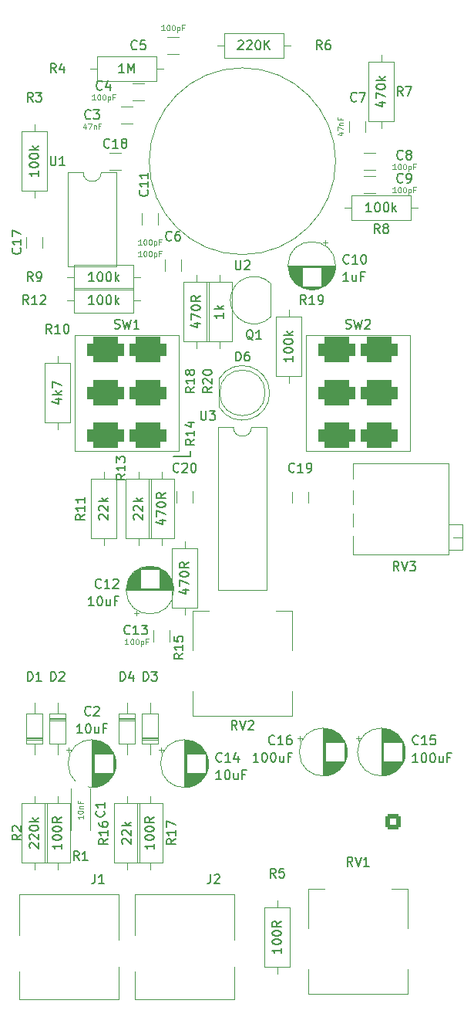
<source format=gbr>
%TF.GenerationSoftware,KiCad,Pcbnew,(6.0.5)*%
%TF.CreationDate,2023-01-21T13:22:40-05:00*%
%TF.ProjectId,valve_distortion,76616c76-655f-4646-9973-746f7274696f,rev?*%
%TF.SameCoordinates,Original*%
%TF.FileFunction,Legend,Top*%
%TF.FilePolarity,Positive*%
%FSLAX46Y46*%
G04 Gerber Fmt 4.6, Leading zero omitted, Abs format (unit mm)*
G04 Created by KiCad (PCBNEW (6.0.5)) date 2023-01-21 13:22:40*
%MOMM*%
%LPD*%
G01*
G04 APERTURE LIST*
G04 Aperture macros list*
%AMRoundRect*
0 Rectangle with rounded corners*
0 $1 Rounding radius*
0 $2 $3 $4 $5 $6 $7 $8 $9 X,Y pos of 4 corners*
0 Add a 4 corners polygon primitive as box body*
4,1,4,$2,$3,$4,$5,$6,$7,$8,$9,$2,$3,0*
0 Add four circle primitives for the rounded corners*
1,1,$1+$1,$2,$3*
1,1,$1+$1,$4,$5*
1,1,$1+$1,$6,$7*
1,1,$1+$1,$8,$9*
0 Add four rect primitives between the rounded corners*
20,1,$1+$1,$2,$3,$4,$5,0*
20,1,$1+$1,$4,$5,$6,$7,0*
20,1,$1+$1,$6,$7,$8,$9,0*
20,1,$1+$1,$8,$9,$2,$3,0*%
G04 Aperture macros list end*
%ADD10C,0.150000*%
%ADD11C,0.090000*%
%ADD12C,0.120000*%
%ADD13C,1.600000*%
%ADD14C,1.700000*%
%ADD15RoundRect,0.250000X0.600000X-0.600000X0.600000X0.600000X-0.600000X0.600000X-0.600000X-0.600000X0*%
%ADD16O,1.600000X1.600000*%
%ADD17C,1.440000*%
%ADD18RoundRect,0.698500X-1.333500X-0.698500X1.333500X-0.698500X1.333500X0.698500X-1.333500X0.698500X0*%
%ADD19R,1.600000X1.600000*%
%ADD20C,1.800000*%
%ADD21R,1.800000X1.800000*%
%ADD22O,4.000000X4.000000*%
%ADD23R,1.500000X1.500000*%
%ADD24O,1.500000X1.500000*%
%ADD25R,1.500000X1.050000*%
%ADD26O,1.500000X1.050000*%
%ADD27C,3.000000*%
%ADD28O,3.500000X1.500000*%
%ADD29O,2.000000X2.500000*%
%ADD30O,2.000000X3.500000*%
%ADD31C,2.030000*%
G04 APERTURE END LIST*
D10*
X172865000Y-96465000D02*
X170960000Y-96465000D01*
X172865000Y-95830000D02*
X172865000Y-96465000D01*
%TO.C,C13*%
X166227261Y-115858142D02*
X166179642Y-115905761D01*
X166036785Y-115953380D01*
X165941547Y-115953380D01*
X165798690Y-115905761D01*
X165703452Y-115810523D01*
X165655833Y-115715285D01*
X165608214Y-115524809D01*
X165608214Y-115381952D01*
X165655833Y-115191476D01*
X165703452Y-115096238D01*
X165798690Y-115001000D01*
X165941547Y-114953380D01*
X166036785Y-114953380D01*
X166179642Y-115001000D01*
X166227261Y-115048619D01*
X167179642Y-115953380D02*
X166608214Y-115953380D01*
X166893928Y-115953380D02*
X166893928Y-114953380D01*
X166798690Y-115096238D01*
X166703452Y-115191476D01*
X166608214Y-115239095D01*
X167512976Y-114953380D02*
X168132023Y-114953380D01*
X167798690Y-115334333D01*
X167941547Y-115334333D01*
X168036785Y-115381952D01*
X168084404Y-115429571D01*
X168132023Y-115524809D01*
X168132023Y-115762904D01*
X168084404Y-115858142D01*
X168036785Y-115905761D01*
X167941547Y-115953380D01*
X167655833Y-115953380D01*
X167560595Y-115905761D01*
X167512976Y-115858142D01*
D11*
X166047214Y-117056428D02*
X165704357Y-117056428D01*
X165875785Y-117056428D02*
X165875785Y-116456428D01*
X165818642Y-116542142D01*
X165761500Y-116599285D01*
X165704357Y-116627857D01*
X166418642Y-116456428D02*
X166475785Y-116456428D01*
X166532928Y-116485000D01*
X166561500Y-116513571D01*
X166590071Y-116570714D01*
X166618642Y-116685000D01*
X166618642Y-116827857D01*
X166590071Y-116942142D01*
X166561500Y-116999285D01*
X166532928Y-117027857D01*
X166475785Y-117056428D01*
X166418642Y-117056428D01*
X166361500Y-117027857D01*
X166332928Y-116999285D01*
X166304357Y-116942142D01*
X166275785Y-116827857D01*
X166275785Y-116685000D01*
X166304357Y-116570714D01*
X166332928Y-116513571D01*
X166361500Y-116485000D01*
X166418642Y-116456428D01*
X166990071Y-116456428D02*
X167047214Y-116456428D01*
X167104357Y-116485000D01*
X167132928Y-116513571D01*
X167161500Y-116570714D01*
X167190071Y-116685000D01*
X167190071Y-116827857D01*
X167161500Y-116942142D01*
X167132928Y-116999285D01*
X167104357Y-117027857D01*
X167047214Y-117056428D01*
X166990071Y-117056428D01*
X166932928Y-117027857D01*
X166904357Y-116999285D01*
X166875785Y-116942142D01*
X166847214Y-116827857D01*
X166847214Y-116685000D01*
X166875785Y-116570714D01*
X166904357Y-116513571D01*
X166932928Y-116485000D01*
X166990071Y-116456428D01*
X167447214Y-116656428D02*
X167447214Y-117256428D01*
X167447214Y-116685000D02*
X167504357Y-116656428D01*
X167618642Y-116656428D01*
X167675785Y-116685000D01*
X167704357Y-116713571D01*
X167732928Y-116770714D01*
X167732928Y-116942142D01*
X167704357Y-116999285D01*
X167675785Y-117027857D01*
X167618642Y-117056428D01*
X167504357Y-117056428D01*
X167447214Y-117027857D01*
X168190071Y-116742142D02*
X167990071Y-116742142D01*
X167990071Y-117056428D02*
X167990071Y-116456428D01*
X168275785Y-116456428D01*
D10*
%TO.C,C11*%
X168142142Y-67262857D02*
X168189761Y-67310476D01*
X168237380Y-67453333D01*
X168237380Y-67548571D01*
X168189761Y-67691428D01*
X168094523Y-67786666D01*
X167999285Y-67834285D01*
X167808809Y-67881904D01*
X167665952Y-67881904D01*
X167475476Y-67834285D01*
X167380238Y-67786666D01*
X167285000Y-67691428D01*
X167237380Y-67548571D01*
X167237380Y-67453333D01*
X167285000Y-67310476D01*
X167332619Y-67262857D01*
X168237380Y-66310476D02*
X168237380Y-66881904D01*
X168237380Y-66596190D02*
X167237380Y-66596190D01*
X167380238Y-66691428D01*
X167475476Y-66786666D01*
X167523095Y-66881904D01*
X168237380Y-65358095D02*
X168237380Y-65929523D01*
X168237380Y-65643809D02*
X167237380Y-65643809D01*
X167380238Y-65739047D01*
X167475476Y-65834285D01*
X167523095Y-65929523D01*
D11*
X167491428Y-73241428D02*
X167148571Y-73241428D01*
X167320000Y-73241428D02*
X167320000Y-72641428D01*
X167262857Y-72727142D01*
X167205714Y-72784285D01*
X167148571Y-72812857D01*
X167862857Y-72641428D02*
X167920000Y-72641428D01*
X167977142Y-72670000D01*
X168005714Y-72698571D01*
X168034285Y-72755714D01*
X168062857Y-72870000D01*
X168062857Y-73012857D01*
X168034285Y-73127142D01*
X168005714Y-73184285D01*
X167977142Y-73212857D01*
X167920000Y-73241428D01*
X167862857Y-73241428D01*
X167805714Y-73212857D01*
X167777142Y-73184285D01*
X167748571Y-73127142D01*
X167720000Y-73012857D01*
X167720000Y-72870000D01*
X167748571Y-72755714D01*
X167777142Y-72698571D01*
X167805714Y-72670000D01*
X167862857Y-72641428D01*
X168434285Y-72641428D02*
X168491428Y-72641428D01*
X168548571Y-72670000D01*
X168577142Y-72698571D01*
X168605714Y-72755714D01*
X168634285Y-72870000D01*
X168634285Y-73012857D01*
X168605714Y-73127142D01*
X168577142Y-73184285D01*
X168548571Y-73212857D01*
X168491428Y-73241428D01*
X168434285Y-73241428D01*
X168377142Y-73212857D01*
X168348571Y-73184285D01*
X168320000Y-73127142D01*
X168291428Y-73012857D01*
X168291428Y-72870000D01*
X168320000Y-72755714D01*
X168348571Y-72698571D01*
X168377142Y-72670000D01*
X168434285Y-72641428D01*
X168891428Y-72841428D02*
X168891428Y-73441428D01*
X168891428Y-72870000D02*
X168948571Y-72841428D01*
X169062857Y-72841428D01*
X169120000Y-72870000D01*
X169148571Y-72898571D01*
X169177142Y-72955714D01*
X169177142Y-73127142D01*
X169148571Y-73184285D01*
X169120000Y-73212857D01*
X169062857Y-73241428D01*
X168948571Y-73241428D01*
X168891428Y-73212857D01*
X169634285Y-72927142D02*
X169434285Y-72927142D01*
X169434285Y-73241428D02*
X169434285Y-72641428D01*
X169720000Y-72641428D01*
D10*
%TO.C,C9*%
X196193333Y-66342142D02*
X196145714Y-66389761D01*
X196002857Y-66437380D01*
X195907619Y-66437380D01*
X195764761Y-66389761D01*
X195669523Y-66294523D01*
X195621904Y-66199285D01*
X195574285Y-66008809D01*
X195574285Y-65865952D01*
X195621904Y-65675476D01*
X195669523Y-65580238D01*
X195764761Y-65485000D01*
X195907619Y-65437380D01*
X196002857Y-65437380D01*
X196145714Y-65485000D01*
X196193333Y-65532619D01*
X196669523Y-66437380D02*
X196860000Y-66437380D01*
X196955238Y-66389761D01*
X197002857Y-66342142D01*
X197098095Y-66199285D01*
X197145714Y-66008809D01*
X197145714Y-65627857D01*
X197098095Y-65532619D01*
X197050476Y-65485000D01*
X196955238Y-65437380D01*
X196764761Y-65437380D01*
X196669523Y-65485000D01*
X196621904Y-65532619D01*
X196574285Y-65627857D01*
X196574285Y-65865952D01*
X196621904Y-65961190D01*
X196669523Y-66008809D01*
X196764761Y-66056428D01*
X196955238Y-66056428D01*
X197050476Y-66008809D01*
X197098095Y-65961190D01*
X197145714Y-65865952D01*
D11*
X195431428Y-67526428D02*
X195088571Y-67526428D01*
X195260000Y-67526428D02*
X195260000Y-66926428D01*
X195202857Y-67012142D01*
X195145714Y-67069285D01*
X195088571Y-67097857D01*
X195802857Y-66926428D02*
X195860000Y-66926428D01*
X195917142Y-66955000D01*
X195945714Y-66983571D01*
X195974285Y-67040714D01*
X196002857Y-67155000D01*
X196002857Y-67297857D01*
X195974285Y-67412142D01*
X195945714Y-67469285D01*
X195917142Y-67497857D01*
X195860000Y-67526428D01*
X195802857Y-67526428D01*
X195745714Y-67497857D01*
X195717142Y-67469285D01*
X195688571Y-67412142D01*
X195660000Y-67297857D01*
X195660000Y-67155000D01*
X195688571Y-67040714D01*
X195717142Y-66983571D01*
X195745714Y-66955000D01*
X195802857Y-66926428D01*
X196374285Y-66926428D02*
X196431428Y-66926428D01*
X196488571Y-66955000D01*
X196517142Y-66983571D01*
X196545714Y-67040714D01*
X196574285Y-67155000D01*
X196574285Y-67297857D01*
X196545714Y-67412142D01*
X196517142Y-67469285D01*
X196488571Y-67497857D01*
X196431428Y-67526428D01*
X196374285Y-67526428D01*
X196317142Y-67497857D01*
X196288571Y-67469285D01*
X196260000Y-67412142D01*
X196231428Y-67297857D01*
X196231428Y-67155000D01*
X196260000Y-67040714D01*
X196288571Y-66983571D01*
X196317142Y-66955000D01*
X196374285Y-66926428D01*
X196831428Y-67126428D02*
X196831428Y-67726428D01*
X196831428Y-67155000D02*
X196888571Y-67126428D01*
X197002857Y-67126428D01*
X197060000Y-67155000D01*
X197088571Y-67183571D01*
X197117142Y-67240714D01*
X197117142Y-67412142D01*
X197088571Y-67469285D01*
X197060000Y-67497857D01*
X197002857Y-67526428D01*
X196888571Y-67526428D01*
X196831428Y-67497857D01*
X197574285Y-67212142D02*
X197374285Y-67212142D01*
X197374285Y-67526428D02*
X197374285Y-66926428D01*
X197660000Y-66926428D01*
D10*
%TO.C,C8*%
X196193333Y-63802142D02*
X196145714Y-63849761D01*
X196002857Y-63897380D01*
X195907619Y-63897380D01*
X195764761Y-63849761D01*
X195669523Y-63754523D01*
X195621904Y-63659285D01*
X195574285Y-63468809D01*
X195574285Y-63325952D01*
X195621904Y-63135476D01*
X195669523Y-63040238D01*
X195764761Y-62945000D01*
X195907619Y-62897380D01*
X196002857Y-62897380D01*
X196145714Y-62945000D01*
X196193333Y-62992619D01*
X196764761Y-63325952D02*
X196669523Y-63278333D01*
X196621904Y-63230714D01*
X196574285Y-63135476D01*
X196574285Y-63087857D01*
X196621904Y-62992619D01*
X196669523Y-62945000D01*
X196764761Y-62897380D01*
X196955238Y-62897380D01*
X197050476Y-62945000D01*
X197098095Y-62992619D01*
X197145714Y-63087857D01*
X197145714Y-63135476D01*
X197098095Y-63230714D01*
X197050476Y-63278333D01*
X196955238Y-63325952D01*
X196764761Y-63325952D01*
X196669523Y-63373571D01*
X196621904Y-63421190D01*
X196574285Y-63516428D01*
X196574285Y-63706904D01*
X196621904Y-63802142D01*
X196669523Y-63849761D01*
X196764761Y-63897380D01*
X196955238Y-63897380D01*
X197050476Y-63849761D01*
X197098095Y-63802142D01*
X197145714Y-63706904D01*
X197145714Y-63516428D01*
X197098095Y-63421190D01*
X197050476Y-63373571D01*
X196955238Y-63325952D01*
D11*
X195431428Y-64986428D02*
X195088571Y-64986428D01*
X195260000Y-64986428D02*
X195260000Y-64386428D01*
X195202857Y-64472142D01*
X195145714Y-64529285D01*
X195088571Y-64557857D01*
X195802857Y-64386428D02*
X195860000Y-64386428D01*
X195917142Y-64415000D01*
X195945714Y-64443571D01*
X195974285Y-64500714D01*
X196002857Y-64615000D01*
X196002857Y-64757857D01*
X195974285Y-64872142D01*
X195945714Y-64929285D01*
X195917142Y-64957857D01*
X195860000Y-64986428D01*
X195802857Y-64986428D01*
X195745714Y-64957857D01*
X195717142Y-64929285D01*
X195688571Y-64872142D01*
X195660000Y-64757857D01*
X195660000Y-64615000D01*
X195688571Y-64500714D01*
X195717142Y-64443571D01*
X195745714Y-64415000D01*
X195802857Y-64386428D01*
X196374285Y-64386428D02*
X196431428Y-64386428D01*
X196488571Y-64415000D01*
X196517142Y-64443571D01*
X196545714Y-64500714D01*
X196574285Y-64615000D01*
X196574285Y-64757857D01*
X196545714Y-64872142D01*
X196517142Y-64929285D01*
X196488571Y-64957857D01*
X196431428Y-64986428D01*
X196374285Y-64986428D01*
X196317142Y-64957857D01*
X196288571Y-64929285D01*
X196260000Y-64872142D01*
X196231428Y-64757857D01*
X196231428Y-64615000D01*
X196260000Y-64500714D01*
X196288571Y-64443571D01*
X196317142Y-64415000D01*
X196374285Y-64386428D01*
X196831428Y-64586428D02*
X196831428Y-65186428D01*
X196831428Y-64615000D02*
X196888571Y-64586428D01*
X197002857Y-64586428D01*
X197060000Y-64615000D01*
X197088571Y-64643571D01*
X197117142Y-64700714D01*
X197117142Y-64872142D01*
X197088571Y-64929285D01*
X197060000Y-64957857D01*
X197002857Y-64986428D01*
X196888571Y-64986428D01*
X196831428Y-64957857D01*
X197574285Y-64672142D02*
X197374285Y-64672142D01*
X197374285Y-64986428D02*
X197374285Y-64386428D01*
X197660000Y-64386428D01*
D10*
%TO.C,C7*%
X191113333Y-57452142D02*
X191065714Y-57499761D01*
X190922857Y-57547380D01*
X190827619Y-57547380D01*
X190684761Y-57499761D01*
X190589523Y-57404523D01*
X190541904Y-57309285D01*
X190494285Y-57118809D01*
X190494285Y-56975952D01*
X190541904Y-56785476D01*
X190589523Y-56690238D01*
X190684761Y-56595000D01*
X190827619Y-56547380D01*
X190922857Y-56547380D01*
X191065714Y-56595000D01*
X191113333Y-56642619D01*
X191446666Y-56547380D02*
X192113333Y-56547380D01*
X191684761Y-57547380D01*
D11*
X189246428Y-60970000D02*
X189646428Y-60970000D01*
X189017857Y-61112857D02*
X189446428Y-61255714D01*
X189446428Y-60884285D01*
X189046428Y-60712857D02*
X189046428Y-60312857D01*
X189646428Y-60570000D01*
X189246428Y-60084285D02*
X189646428Y-60084285D01*
X189303571Y-60084285D02*
X189275000Y-60055714D01*
X189246428Y-59998571D01*
X189246428Y-59912857D01*
X189275000Y-59855714D01*
X189332142Y-59827142D01*
X189646428Y-59827142D01*
X189332142Y-59341428D02*
X189332142Y-59541428D01*
X189646428Y-59541428D02*
X189046428Y-59541428D01*
X189046428Y-59255714D01*
D10*
%TO.C,C6*%
X170793333Y-72692142D02*
X170745714Y-72739761D01*
X170602857Y-72787380D01*
X170507619Y-72787380D01*
X170364761Y-72739761D01*
X170269523Y-72644523D01*
X170221904Y-72549285D01*
X170174285Y-72358809D01*
X170174285Y-72215952D01*
X170221904Y-72025476D01*
X170269523Y-71930238D01*
X170364761Y-71835000D01*
X170507619Y-71787380D01*
X170602857Y-71787380D01*
X170745714Y-71835000D01*
X170793333Y-71882619D01*
X171650476Y-71787380D02*
X171460000Y-71787380D01*
X171364761Y-71835000D01*
X171317142Y-71882619D01*
X171221904Y-72025476D01*
X171174285Y-72215952D01*
X171174285Y-72596904D01*
X171221904Y-72692142D01*
X171269523Y-72739761D01*
X171364761Y-72787380D01*
X171555238Y-72787380D01*
X171650476Y-72739761D01*
X171698095Y-72692142D01*
X171745714Y-72596904D01*
X171745714Y-72358809D01*
X171698095Y-72263571D01*
X171650476Y-72215952D01*
X171555238Y-72168333D01*
X171364761Y-72168333D01*
X171269523Y-72215952D01*
X171221904Y-72263571D01*
X171174285Y-72358809D01*
D11*
X167491428Y-74511428D02*
X167148571Y-74511428D01*
X167320000Y-74511428D02*
X167320000Y-73911428D01*
X167262857Y-73997142D01*
X167205714Y-74054285D01*
X167148571Y-74082857D01*
X167862857Y-73911428D02*
X167920000Y-73911428D01*
X167977142Y-73940000D01*
X168005714Y-73968571D01*
X168034285Y-74025714D01*
X168062857Y-74140000D01*
X168062857Y-74282857D01*
X168034285Y-74397142D01*
X168005714Y-74454285D01*
X167977142Y-74482857D01*
X167920000Y-74511428D01*
X167862857Y-74511428D01*
X167805714Y-74482857D01*
X167777142Y-74454285D01*
X167748571Y-74397142D01*
X167720000Y-74282857D01*
X167720000Y-74140000D01*
X167748571Y-74025714D01*
X167777142Y-73968571D01*
X167805714Y-73940000D01*
X167862857Y-73911428D01*
X168434285Y-73911428D02*
X168491428Y-73911428D01*
X168548571Y-73940000D01*
X168577142Y-73968571D01*
X168605714Y-74025714D01*
X168634285Y-74140000D01*
X168634285Y-74282857D01*
X168605714Y-74397142D01*
X168577142Y-74454285D01*
X168548571Y-74482857D01*
X168491428Y-74511428D01*
X168434285Y-74511428D01*
X168377142Y-74482857D01*
X168348571Y-74454285D01*
X168320000Y-74397142D01*
X168291428Y-74282857D01*
X168291428Y-74140000D01*
X168320000Y-74025714D01*
X168348571Y-73968571D01*
X168377142Y-73940000D01*
X168434285Y-73911428D01*
X168891428Y-74111428D02*
X168891428Y-74711428D01*
X168891428Y-74140000D02*
X168948571Y-74111428D01*
X169062857Y-74111428D01*
X169120000Y-74140000D01*
X169148571Y-74168571D01*
X169177142Y-74225714D01*
X169177142Y-74397142D01*
X169148571Y-74454285D01*
X169120000Y-74482857D01*
X169062857Y-74511428D01*
X168948571Y-74511428D01*
X168891428Y-74482857D01*
X169634285Y-74197142D02*
X169434285Y-74197142D01*
X169434285Y-74511428D02*
X169434285Y-73911428D01*
X169720000Y-73911428D01*
D10*
%TO.C,C5*%
X166983333Y-51737142D02*
X166935714Y-51784761D01*
X166792857Y-51832380D01*
X166697619Y-51832380D01*
X166554761Y-51784761D01*
X166459523Y-51689523D01*
X166411904Y-51594285D01*
X166364285Y-51403809D01*
X166364285Y-51260952D01*
X166411904Y-51070476D01*
X166459523Y-50975238D01*
X166554761Y-50880000D01*
X166697619Y-50832380D01*
X166792857Y-50832380D01*
X166935714Y-50880000D01*
X166983333Y-50927619D01*
X167888095Y-50832380D02*
X167411904Y-50832380D01*
X167364285Y-51308571D01*
X167411904Y-51260952D01*
X167507142Y-51213333D01*
X167745238Y-51213333D01*
X167840476Y-51260952D01*
X167888095Y-51308571D01*
X167935714Y-51403809D01*
X167935714Y-51641904D01*
X167888095Y-51737142D01*
X167840476Y-51784761D01*
X167745238Y-51832380D01*
X167507142Y-51832380D01*
X167411904Y-51784761D01*
X167364285Y-51737142D01*
D11*
X170031428Y-49746428D02*
X169688571Y-49746428D01*
X169860000Y-49746428D02*
X169860000Y-49146428D01*
X169802857Y-49232142D01*
X169745714Y-49289285D01*
X169688571Y-49317857D01*
X170402857Y-49146428D02*
X170460000Y-49146428D01*
X170517142Y-49175000D01*
X170545714Y-49203571D01*
X170574285Y-49260714D01*
X170602857Y-49375000D01*
X170602857Y-49517857D01*
X170574285Y-49632142D01*
X170545714Y-49689285D01*
X170517142Y-49717857D01*
X170460000Y-49746428D01*
X170402857Y-49746428D01*
X170345714Y-49717857D01*
X170317142Y-49689285D01*
X170288571Y-49632142D01*
X170260000Y-49517857D01*
X170260000Y-49375000D01*
X170288571Y-49260714D01*
X170317142Y-49203571D01*
X170345714Y-49175000D01*
X170402857Y-49146428D01*
X170974285Y-49146428D02*
X171031428Y-49146428D01*
X171088571Y-49175000D01*
X171117142Y-49203571D01*
X171145714Y-49260714D01*
X171174285Y-49375000D01*
X171174285Y-49517857D01*
X171145714Y-49632142D01*
X171117142Y-49689285D01*
X171088571Y-49717857D01*
X171031428Y-49746428D01*
X170974285Y-49746428D01*
X170917142Y-49717857D01*
X170888571Y-49689285D01*
X170860000Y-49632142D01*
X170831428Y-49517857D01*
X170831428Y-49375000D01*
X170860000Y-49260714D01*
X170888571Y-49203571D01*
X170917142Y-49175000D01*
X170974285Y-49146428D01*
X171431428Y-49346428D02*
X171431428Y-49946428D01*
X171431428Y-49375000D02*
X171488571Y-49346428D01*
X171602857Y-49346428D01*
X171660000Y-49375000D01*
X171688571Y-49403571D01*
X171717142Y-49460714D01*
X171717142Y-49632142D01*
X171688571Y-49689285D01*
X171660000Y-49717857D01*
X171602857Y-49746428D01*
X171488571Y-49746428D01*
X171431428Y-49717857D01*
X172174285Y-49432142D02*
X171974285Y-49432142D01*
X171974285Y-49746428D02*
X171974285Y-49146428D01*
X172260000Y-49146428D01*
D10*
%TO.C,C4*%
X163173333Y-56182142D02*
X163125714Y-56229761D01*
X162982857Y-56277380D01*
X162887619Y-56277380D01*
X162744761Y-56229761D01*
X162649523Y-56134523D01*
X162601904Y-56039285D01*
X162554285Y-55848809D01*
X162554285Y-55705952D01*
X162601904Y-55515476D01*
X162649523Y-55420238D01*
X162744761Y-55325000D01*
X162887619Y-55277380D01*
X162982857Y-55277380D01*
X163125714Y-55325000D01*
X163173333Y-55372619D01*
X164030476Y-55610714D02*
X164030476Y-56277380D01*
X163792380Y-55229761D02*
X163554285Y-55944047D01*
X164173333Y-55944047D01*
D11*
X162411428Y-57366428D02*
X162068571Y-57366428D01*
X162240000Y-57366428D02*
X162240000Y-56766428D01*
X162182857Y-56852142D01*
X162125714Y-56909285D01*
X162068571Y-56937857D01*
X162782857Y-56766428D02*
X162840000Y-56766428D01*
X162897142Y-56795000D01*
X162925714Y-56823571D01*
X162954285Y-56880714D01*
X162982857Y-56995000D01*
X162982857Y-57137857D01*
X162954285Y-57252142D01*
X162925714Y-57309285D01*
X162897142Y-57337857D01*
X162840000Y-57366428D01*
X162782857Y-57366428D01*
X162725714Y-57337857D01*
X162697142Y-57309285D01*
X162668571Y-57252142D01*
X162640000Y-57137857D01*
X162640000Y-56995000D01*
X162668571Y-56880714D01*
X162697142Y-56823571D01*
X162725714Y-56795000D01*
X162782857Y-56766428D01*
X163354285Y-56766428D02*
X163411428Y-56766428D01*
X163468571Y-56795000D01*
X163497142Y-56823571D01*
X163525714Y-56880714D01*
X163554285Y-56995000D01*
X163554285Y-57137857D01*
X163525714Y-57252142D01*
X163497142Y-57309285D01*
X163468571Y-57337857D01*
X163411428Y-57366428D01*
X163354285Y-57366428D01*
X163297142Y-57337857D01*
X163268571Y-57309285D01*
X163240000Y-57252142D01*
X163211428Y-57137857D01*
X163211428Y-56995000D01*
X163240000Y-56880714D01*
X163268571Y-56823571D01*
X163297142Y-56795000D01*
X163354285Y-56766428D01*
X163811428Y-56966428D02*
X163811428Y-57566428D01*
X163811428Y-56995000D02*
X163868571Y-56966428D01*
X163982857Y-56966428D01*
X164040000Y-56995000D01*
X164068571Y-57023571D01*
X164097142Y-57080714D01*
X164097142Y-57252142D01*
X164068571Y-57309285D01*
X164040000Y-57337857D01*
X163982857Y-57366428D01*
X163868571Y-57366428D01*
X163811428Y-57337857D01*
X164554285Y-57052142D02*
X164354285Y-57052142D01*
X164354285Y-57366428D02*
X164354285Y-56766428D01*
X164640000Y-56766428D01*
D10*
%TO.C,C3*%
X161903333Y-59357142D02*
X161855714Y-59404761D01*
X161712857Y-59452380D01*
X161617619Y-59452380D01*
X161474761Y-59404761D01*
X161379523Y-59309523D01*
X161331904Y-59214285D01*
X161284285Y-59023809D01*
X161284285Y-58880952D01*
X161331904Y-58690476D01*
X161379523Y-58595238D01*
X161474761Y-58500000D01*
X161617619Y-58452380D01*
X161712857Y-58452380D01*
X161855714Y-58500000D01*
X161903333Y-58547619D01*
X162236666Y-58452380D02*
X162855714Y-58452380D01*
X162522380Y-58833333D01*
X162665238Y-58833333D01*
X162760476Y-58880952D01*
X162808095Y-58928571D01*
X162855714Y-59023809D01*
X162855714Y-59261904D01*
X162808095Y-59357142D01*
X162760476Y-59404761D01*
X162665238Y-59452380D01*
X162379523Y-59452380D01*
X162284285Y-59404761D01*
X162236666Y-59357142D01*
D11*
X161370000Y-60141428D02*
X161370000Y-60541428D01*
X161227142Y-59912857D02*
X161084285Y-60341428D01*
X161455714Y-60341428D01*
X161627142Y-59941428D02*
X162027142Y-59941428D01*
X161770000Y-60541428D01*
X162255714Y-60141428D02*
X162255714Y-60541428D01*
X162255714Y-60198571D02*
X162284285Y-60170000D01*
X162341428Y-60141428D01*
X162427142Y-60141428D01*
X162484285Y-60170000D01*
X162512857Y-60227142D01*
X162512857Y-60541428D01*
X162998571Y-60227142D02*
X162798571Y-60227142D01*
X162798571Y-60541428D02*
X162798571Y-59941428D01*
X163084285Y-59941428D01*
D10*
%TO.C,R15*%
X172047380Y-118062857D02*
X171571190Y-118396190D01*
X172047380Y-118634285D02*
X171047380Y-118634285D01*
X171047380Y-118253333D01*
X171095000Y-118158095D01*
X171142619Y-118110476D01*
X171237857Y-118062857D01*
X171380714Y-118062857D01*
X171475952Y-118110476D01*
X171523571Y-118158095D01*
X171571190Y-118253333D01*
X171571190Y-118634285D01*
X172047380Y-117110476D02*
X172047380Y-117681904D01*
X172047380Y-117396190D02*
X171047380Y-117396190D01*
X171190238Y-117491428D01*
X171285476Y-117586666D01*
X171333095Y-117681904D01*
X171047380Y-116205714D02*
X171047380Y-116681904D01*
X171523571Y-116729523D01*
X171475952Y-116681904D01*
X171428333Y-116586666D01*
X171428333Y-116348571D01*
X171475952Y-116253333D01*
X171523571Y-116205714D01*
X171618809Y-116158095D01*
X171856904Y-116158095D01*
X171952142Y-116205714D01*
X171999761Y-116253333D01*
X172047380Y-116348571D01*
X172047380Y-116586666D01*
X171999761Y-116681904D01*
X171952142Y-116729523D01*
X172015714Y-111061904D02*
X172682380Y-111061904D01*
X171634761Y-111300000D02*
X172349047Y-111538095D01*
X172349047Y-110919047D01*
X171682380Y-110633333D02*
X171682380Y-109966666D01*
X172682380Y-110395238D01*
X171682380Y-109395238D02*
X171682380Y-109300000D01*
X171730000Y-109204761D01*
X171777619Y-109157142D01*
X171872857Y-109109523D01*
X172063333Y-109061904D01*
X172301428Y-109061904D01*
X172491904Y-109109523D01*
X172587142Y-109157142D01*
X172634761Y-109204761D01*
X172682380Y-109300000D01*
X172682380Y-109395238D01*
X172634761Y-109490476D01*
X172587142Y-109538095D01*
X172491904Y-109585714D01*
X172301428Y-109633333D01*
X172063333Y-109633333D01*
X171872857Y-109585714D01*
X171777619Y-109538095D01*
X171730000Y-109490476D01*
X171682380Y-109395238D01*
X172682380Y-108061904D02*
X172206190Y-108395238D01*
X172682380Y-108633333D02*
X171682380Y-108633333D01*
X171682380Y-108252380D01*
X171730000Y-108157142D01*
X171777619Y-108109523D01*
X171872857Y-108061904D01*
X172015714Y-108061904D01*
X172110952Y-108109523D01*
X172158571Y-108157142D01*
X172206190Y-108252380D01*
X172206190Y-108633333D01*
%TO.C,RV3*%
X195764761Y-108982380D02*
X195431428Y-108506190D01*
X195193333Y-108982380D02*
X195193333Y-107982380D01*
X195574285Y-107982380D01*
X195669523Y-108030000D01*
X195717142Y-108077619D01*
X195764761Y-108172857D01*
X195764761Y-108315714D01*
X195717142Y-108410952D01*
X195669523Y-108458571D01*
X195574285Y-108506190D01*
X195193333Y-108506190D01*
X196050476Y-107982380D02*
X196383809Y-108982380D01*
X196717142Y-107982380D01*
X196955238Y-107982380D02*
X197574285Y-107982380D01*
X197240952Y-108363333D01*
X197383809Y-108363333D01*
X197479047Y-108410952D01*
X197526666Y-108458571D01*
X197574285Y-108553809D01*
X197574285Y-108791904D01*
X197526666Y-108887142D01*
X197479047Y-108934761D01*
X197383809Y-108982380D01*
X197098095Y-108982380D01*
X197002857Y-108934761D01*
X196955238Y-108887142D01*
%TO.C,SW2*%
X189946666Y-82384761D02*
X190089523Y-82432380D01*
X190327619Y-82432380D01*
X190422857Y-82384761D01*
X190470476Y-82337142D01*
X190518095Y-82241904D01*
X190518095Y-82146666D01*
X190470476Y-82051428D01*
X190422857Y-82003809D01*
X190327619Y-81956190D01*
X190137142Y-81908571D01*
X190041904Y-81860952D01*
X189994285Y-81813333D01*
X189946666Y-81718095D01*
X189946666Y-81622857D01*
X189994285Y-81527619D01*
X190041904Y-81480000D01*
X190137142Y-81432380D01*
X190375238Y-81432380D01*
X190518095Y-81480000D01*
X190851428Y-81432380D02*
X191089523Y-82432380D01*
X191280000Y-81718095D01*
X191470476Y-82432380D01*
X191708571Y-81432380D01*
X192041904Y-81527619D02*
X192089523Y-81480000D01*
X192184761Y-81432380D01*
X192422857Y-81432380D01*
X192518095Y-81480000D01*
X192565714Y-81527619D01*
X192613333Y-81622857D01*
X192613333Y-81718095D01*
X192565714Y-81860952D01*
X191994285Y-82432380D01*
X192613333Y-82432380D01*
%TO.C,SW1*%
X164546666Y-82384761D02*
X164689523Y-82432380D01*
X164927619Y-82432380D01*
X165022857Y-82384761D01*
X165070476Y-82337142D01*
X165118095Y-82241904D01*
X165118095Y-82146666D01*
X165070476Y-82051428D01*
X165022857Y-82003809D01*
X164927619Y-81956190D01*
X164737142Y-81908571D01*
X164641904Y-81860952D01*
X164594285Y-81813333D01*
X164546666Y-81718095D01*
X164546666Y-81622857D01*
X164594285Y-81527619D01*
X164641904Y-81480000D01*
X164737142Y-81432380D01*
X164975238Y-81432380D01*
X165118095Y-81480000D01*
X165451428Y-81432380D02*
X165689523Y-82432380D01*
X165880000Y-81718095D01*
X166070476Y-82432380D01*
X166308571Y-81432380D01*
X167213333Y-82432380D02*
X166641904Y-82432380D01*
X166927619Y-82432380D02*
X166927619Y-81432380D01*
X166832380Y-81575238D01*
X166737142Y-81670476D01*
X166641904Y-81718095D01*
%TO.C,U1*%
X157498095Y-63532380D02*
X157498095Y-64341904D01*
X157545714Y-64437142D01*
X157593333Y-64484761D01*
X157688571Y-64532380D01*
X157879047Y-64532380D01*
X157974285Y-64484761D01*
X158021904Y-64437142D01*
X158069523Y-64341904D01*
X158069523Y-63532380D01*
X159069523Y-64532380D02*
X158498095Y-64532380D01*
X158783809Y-64532380D02*
X158783809Y-63532380D01*
X158688571Y-63675238D01*
X158593333Y-63770476D01*
X158498095Y-63818095D01*
%TO.C,RV2*%
X177984761Y-126412380D02*
X177651428Y-125936190D01*
X177413333Y-126412380D02*
X177413333Y-125412380D01*
X177794285Y-125412380D01*
X177889523Y-125460000D01*
X177937142Y-125507619D01*
X177984761Y-125602857D01*
X177984761Y-125745714D01*
X177937142Y-125840952D01*
X177889523Y-125888571D01*
X177794285Y-125936190D01*
X177413333Y-125936190D01*
X178270476Y-125412380D02*
X178603809Y-126412380D01*
X178937142Y-125412380D01*
X179222857Y-125507619D02*
X179270476Y-125460000D01*
X179365714Y-125412380D01*
X179603809Y-125412380D01*
X179699047Y-125460000D01*
X179746666Y-125507619D01*
X179794285Y-125602857D01*
X179794285Y-125698095D01*
X179746666Y-125840952D01*
X179175238Y-126412380D01*
X179794285Y-126412380D01*
%TO.C,R16*%
X163792380Y-138382857D02*
X163316190Y-138716190D01*
X163792380Y-138954285D02*
X162792380Y-138954285D01*
X162792380Y-138573333D01*
X162840000Y-138478095D01*
X162887619Y-138430476D01*
X162982857Y-138382857D01*
X163125714Y-138382857D01*
X163220952Y-138430476D01*
X163268571Y-138478095D01*
X163316190Y-138573333D01*
X163316190Y-138954285D01*
X163792380Y-137430476D02*
X163792380Y-138001904D01*
X163792380Y-137716190D02*
X162792380Y-137716190D01*
X162935238Y-137811428D01*
X163030476Y-137906666D01*
X163078095Y-138001904D01*
X162792380Y-136573333D02*
X162792380Y-136763809D01*
X162840000Y-136859047D01*
X162887619Y-136906666D01*
X163030476Y-137001904D01*
X163220952Y-137049523D01*
X163601904Y-137049523D01*
X163697142Y-137001904D01*
X163744761Y-136954285D01*
X163792380Y-136859047D01*
X163792380Y-136668571D01*
X163744761Y-136573333D01*
X163697142Y-136525714D01*
X163601904Y-136478095D01*
X163363809Y-136478095D01*
X163268571Y-136525714D01*
X163220952Y-136573333D01*
X163173333Y-136668571D01*
X163173333Y-136859047D01*
X163220952Y-136954285D01*
X163268571Y-137001904D01*
X163363809Y-137049523D01*
X165427619Y-138906666D02*
X165380000Y-138859047D01*
X165332380Y-138763809D01*
X165332380Y-138525714D01*
X165380000Y-138430476D01*
X165427619Y-138382857D01*
X165522857Y-138335238D01*
X165618095Y-138335238D01*
X165760952Y-138382857D01*
X166332380Y-138954285D01*
X166332380Y-138335238D01*
X165427619Y-137954285D02*
X165380000Y-137906666D01*
X165332380Y-137811428D01*
X165332380Y-137573333D01*
X165380000Y-137478095D01*
X165427619Y-137430476D01*
X165522857Y-137382857D01*
X165618095Y-137382857D01*
X165760952Y-137430476D01*
X166332380Y-138001904D01*
X166332380Y-137382857D01*
X166332380Y-136954285D02*
X165332380Y-136954285D01*
X165951428Y-136859047D02*
X166332380Y-136573333D01*
X165665714Y-136573333D02*
X166046666Y-136954285D01*
%TO.C,R3*%
X155553333Y-57547380D02*
X155220000Y-57071190D01*
X154981904Y-57547380D02*
X154981904Y-56547380D01*
X155362857Y-56547380D01*
X155458095Y-56595000D01*
X155505714Y-56642619D01*
X155553333Y-56737857D01*
X155553333Y-56880714D01*
X155505714Y-56975952D01*
X155458095Y-57023571D01*
X155362857Y-57071190D01*
X154981904Y-57071190D01*
X155886666Y-56547380D02*
X156505714Y-56547380D01*
X156172380Y-56928333D01*
X156315238Y-56928333D01*
X156410476Y-56975952D01*
X156458095Y-57023571D01*
X156505714Y-57118809D01*
X156505714Y-57356904D01*
X156458095Y-57452142D01*
X156410476Y-57499761D01*
X156315238Y-57547380D01*
X156029523Y-57547380D01*
X155934285Y-57499761D01*
X155886666Y-57452142D01*
X156172380Y-65151428D02*
X156172380Y-65722857D01*
X156172380Y-65437142D02*
X155172380Y-65437142D01*
X155315238Y-65532380D01*
X155410476Y-65627619D01*
X155458095Y-65722857D01*
X155172380Y-64532380D02*
X155172380Y-64437142D01*
X155220000Y-64341904D01*
X155267619Y-64294285D01*
X155362857Y-64246666D01*
X155553333Y-64199047D01*
X155791428Y-64199047D01*
X155981904Y-64246666D01*
X156077142Y-64294285D01*
X156124761Y-64341904D01*
X156172380Y-64437142D01*
X156172380Y-64532380D01*
X156124761Y-64627619D01*
X156077142Y-64675238D01*
X155981904Y-64722857D01*
X155791428Y-64770476D01*
X155553333Y-64770476D01*
X155362857Y-64722857D01*
X155267619Y-64675238D01*
X155220000Y-64627619D01*
X155172380Y-64532380D01*
X155172380Y-63580000D02*
X155172380Y-63484761D01*
X155220000Y-63389523D01*
X155267619Y-63341904D01*
X155362857Y-63294285D01*
X155553333Y-63246666D01*
X155791428Y-63246666D01*
X155981904Y-63294285D01*
X156077142Y-63341904D01*
X156124761Y-63389523D01*
X156172380Y-63484761D01*
X156172380Y-63580000D01*
X156124761Y-63675238D01*
X156077142Y-63722857D01*
X155981904Y-63770476D01*
X155791428Y-63818095D01*
X155553333Y-63818095D01*
X155362857Y-63770476D01*
X155267619Y-63722857D01*
X155220000Y-63675238D01*
X155172380Y-63580000D01*
X156172380Y-62818095D02*
X155172380Y-62818095D01*
X155791428Y-62722857D02*
X156172380Y-62437142D01*
X155505714Y-62437142D02*
X155886666Y-62818095D01*
%TO.C,D6*%
X177841904Y-85972380D02*
X177841904Y-84972380D01*
X178080000Y-84972380D01*
X178222857Y-85020000D01*
X178318095Y-85115238D01*
X178365714Y-85210476D01*
X178413333Y-85400952D01*
X178413333Y-85543809D01*
X178365714Y-85734285D01*
X178318095Y-85829523D01*
X178222857Y-85924761D01*
X178080000Y-85972380D01*
X177841904Y-85972380D01*
X179270476Y-84972380D02*
X179080000Y-84972380D01*
X178984761Y-85020000D01*
X178937142Y-85067619D01*
X178841904Y-85210476D01*
X178794285Y-85400952D01*
X178794285Y-85781904D01*
X178841904Y-85877142D01*
X178889523Y-85924761D01*
X178984761Y-85972380D01*
X179175238Y-85972380D01*
X179270476Y-85924761D01*
X179318095Y-85877142D01*
X179365714Y-85781904D01*
X179365714Y-85543809D01*
X179318095Y-85448571D01*
X179270476Y-85400952D01*
X179175238Y-85353333D01*
X178984761Y-85353333D01*
X178889523Y-85400952D01*
X178841904Y-85448571D01*
X178794285Y-85543809D01*
%TO.C,U3*%
X174008095Y-91432380D02*
X174008095Y-92241904D01*
X174055714Y-92337142D01*
X174103333Y-92384761D01*
X174198571Y-92432380D01*
X174389047Y-92432380D01*
X174484285Y-92384761D01*
X174531904Y-92337142D01*
X174579523Y-92241904D01*
X174579523Y-91432380D01*
X174960476Y-91432380D02*
X175579523Y-91432380D01*
X175246190Y-91813333D01*
X175389047Y-91813333D01*
X175484285Y-91860952D01*
X175531904Y-91908571D01*
X175579523Y-92003809D01*
X175579523Y-92241904D01*
X175531904Y-92337142D01*
X175484285Y-92384761D01*
X175389047Y-92432380D01*
X175103333Y-92432380D01*
X175008095Y-92384761D01*
X174960476Y-92337142D01*
%TO.C,D4*%
X165141904Y-121047380D02*
X165141904Y-120047380D01*
X165380000Y-120047380D01*
X165522857Y-120095000D01*
X165618095Y-120190238D01*
X165665714Y-120285476D01*
X165713333Y-120475952D01*
X165713333Y-120618809D01*
X165665714Y-120809285D01*
X165618095Y-120904523D01*
X165522857Y-120999761D01*
X165380000Y-121047380D01*
X165141904Y-121047380D01*
X166570476Y-120380714D02*
X166570476Y-121047380D01*
X166332380Y-119999761D02*
X166094285Y-120714047D01*
X166713333Y-120714047D01*
%TO.C,C20*%
X171587142Y-98092142D02*
X171539523Y-98139761D01*
X171396666Y-98187380D01*
X171301428Y-98187380D01*
X171158571Y-98139761D01*
X171063333Y-98044523D01*
X171015714Y-97949285D01*
X170968095Y-97758809D01*
X170968095Y-97615952D01*
X171015714Y-97425476D01*
X171063333Y-97330238D01*
X171158571Y-97235000D01*
X171301428Y-97187380D01*
X171396666Y-97187380D01*
X171539523Y-97235000D01*
X171587142Y-97282619D01*
X171968095Y-97282619D02*
X172015714Y-97235000D01*
X172110952Y-97187380D01*
X172349047Y-97187380D01*
X172444285Y-97235000D01*
X172491904Y-97282619D01*
X172539523Y-97377857D01*
X172539523Y-97473095D01*
X172491904Y-97615952D01*
X171920476Y-98187380D01*
X172539523Y-98187380D01*
X173158571Y-97187380D02*
X173253809Y-97187380D01*
X173349047Y-97235000D01*
X173396666Y-97282619D01*
X173444285Y-97377857D01*
X173491904Y-97568333D01*
X173491904Y-97806428D01*
X173444285Y-97996904D01*
X173396666Y-98092142D01*
X173349047Y-98139761D01*
X173253809Y-98187380D01*
X173158571Y-98187380D01*
X173063333Y-98139761D01*
X173015714Y-98092142D01*
X172968095Y-97996904D01*
X172920476Y-97806428D01*
X172920476Y-97568333D01*
X172968095Y-97377857D01*
X173015714Y-97282619D01*
X173063333Y-97235000D01*
X173158571Y-97187380D01*
%TO.C,R9*%
X155553333Y-77232380D02*
X155220000Y-76756190D01*
X154981904Y-77232380D02*
X154981904Y-76232380D01*
X155362857Y-76232380D01*
X155458095Y-76280000D01*
X155505714Y-76327619D01*
X155553333Y-76422857D01*
X155553333Y-76565714D01*
X155505714Y-76660952D01*
X155458095Y-76708571D01*
X155362857Y-76756190D01*
X154981904Y-76756190D01*
X156029523Y-77232380D02*
X156220000Y-77232380D01*
X156315238Y-77184761D01*
X156362857Y-77137142D01*
X156458095Y-76994285D01*
X156505714Y-76803809D01*
X156505714Y-76422857D01*
X156458095Y-76327619D01*
X156410476Y-76280000D01*
X156315238Y-76232380D01*
X156124761Y-76232380D01*
X156029523Y-76280000D01*
X155981904Y-76327619D01*
X155934285Y-76422857D01*
X155934285Y-76660952D01*
X155981904Y-76756190D01*
X156029523Y-76803809D01*
X156124761Y-76851428D01*
X156315238Y-76851428D01*
X156410476Y-76803809D01*
X156458095Y-76756190D01*
X156505714Y-76660952D01*
X162278571Y-77232380D02*
X161707142Y-77232380D01*
X161992857Y-77232380D02*
X161992857Y-76232380D01*
X161897619Y-76375238D01*
X161802380Y-76470476D01*
X161707142Y-76518095D01*
X162897619Y-76232380D02*
X162992857Y-76232380D01*
X163088095Y-76280000D01*
X163135714Y-76327619D01*
X163183333Y-76422857D01*
X163230952Y-76613333D01*
X163230952Y-76851428D01*
X163183333Y-77041904D01*
X163135714Y-77137142D01*
X163088095Y-77184761D01*
X162992857Y-77232380D01*
X162897619Y-77232380D01*
X162802380Y-77184761D01*
X162754761Y-77137142D01*
X162707142Y-77041904D01*
X162659523Y-76851428D01*
X162659523Y-76613333D01*
X162707142Y-76422857D01*
X162754761Y-76327619D01*
X162802380Y-76280000D01*
X162897619Y-76232380D01*
X163850000Y-76232380D02*
X163945238Y-76232380D01*
X164040476Y-76280000D01*
X164088095Y-76327619D01*
X164135714Y-76422857D01*
X164183333Y-76613333D01*
X164183333Y-76851428D01*
X164135714Y-77041904D01*
X164088095Y-77137142D01*
X164040476Y-77184761D01*
X163945238Y-77232380D01*
X163850000Y-77232380D01*
X163754761Y-77184761D01*
X163707142Y-77137142D01*
X163659523Y-77041904D01*
X163611904Y-76851428D01*
X163611904Y-76613333D01*
X163659523Y-76422857D01*
X163707142Y-76327619D01*
X163754761Y-76280000D01*
X163850000Y-76232380D01*
X164611904Y-77232380D02*
X164611904Y-76232380D01*
X164707142Y-76851428D02*
X164992857Y-77232380D01*
X164992857Y-76565714D02*
X164611904Y-76946666D01*
%TO.C,R8*%
X193653333Y-71982380D02*
X193320000Y-71506190D01*
X193081904Y-71982380D02*
X193081904Y-70982380D01*
X193462857Y-70982380D01*
X193558095Y-71030000D01*
X193605714Y-71077619D01*
X193653333Y-71172857D01*
X193653333Y-71315714D01*
X193605714Y-71410952D01*
X193558095Y-71458571D01*
X193462857Y-71506190D01*
X193081904Y-71506190D01*
X194224761Y-71410952D02*
X194129523Y-71363333D01*
X194081904Y-71315714D01*
X194034285Y-71220476D01*
X194034285Y-71172857D01*
X194081904Y-71077619D01*
X194129523Y-71030000D01*
X194224761Y-70982380D01*
X194415238Y-70982380D01*
X194510476Y-71030000D01*
X194558095Y-71077619D01*
X194605714Y-71172857D01*
X194605714Y-71220476D01*
X194558095Y-71315714D01*
X194510476Y-71363333D01*
X194415238Y-71410952D01*
X194224761Y-71410952D01*
X194129523Y-71458571D01*
X194081904Y-71506190D01*
X194034285Y-71601428D01*
X194034285Y-71791904D01*
X194081904Y-71887142D01*
X194129523Y-71934761D01*
X194224761Y-71982380D01*
X194415238Y-71982380D01*
X194510476Y-71934761D01*
X194558095Y-71887142D01*
X194605714Y-71791904D01*
X194605714Y-71601428D01*
X194558095Y-71506190D01*
X194510476Y-71458571D01*
X194415238Y-71410952D01*
X192748571Y-69612380D02*
X192177142Y-69612380D01*
X192462857Y-69612380D02*
X192462857Y-68612380D01*
X192367619Y-68755238D01*
X192272380Y-68850476D01*
X192177142Y-68898095D01*
X193367619Y-68612380D02*
X193462857Y-68612380D01*
X193558095Y-68660000D01*
X193605714Y-68707619D01*
X193653333Y-68802857D01*
X193700952Y-68993333D01*
X193700952Y-69231428D01*
X193653333Y-69421904D01*
X193605714Y-69517142D01*
X193558095Y-69564761D01*
X193462857Y-69612380D01*
X193367619Y-69612380D01*
X193272380Y-69564761D01*
X193224761Y-69517142D01*
X193177142Y-69421904D01*
X193129523Y-69231428D01*
X193129523Y-68993333D01*
X193177142Y-68802857D01*
X193224761Y-68707619D01*
X193272380Y-68660000D01*
X193367619Y-68612380D01*
X194320000Y-68612380D02*
X194415238Y-68612380D01*
X194510476Y-68660000D01*
X194558095Y-68707619D01*
X194605714Y-68802857D01*
X194653333Y-68993333D01*
X194653333Y-69231428D01*
X194605714Y-69421904D01*
X194558095Y-69517142D01*
X194510476Y-69564761D01*
X194415238Y-69612380D01*
X194320000Y-69612380D01*
X194224761Y-69564761D01*
X194177142Y-69517142D01*
X194129523Y-69421904D01*
X194081904Y-69231428D01*
X194081904Y-68993333D01*
X194129523Y-68802857D01*
X194177142Y-68707619D01*
X194224761Y-68660000D01*
X194320000Y-68612380D01*
X195081904Y-69612380D02*
X195081904Y-68612380D01*
X195177142Y-69231428D02*
X195462857Y-69612380D01*
X195462857Y-68945714D02*
X195081904Y-69326666D01*
%TO.C,R1*%
X160633333Y-140732380D02*
X160300000Y-140256190D01*
X160061904Y-140732380D02*
X160061904Y-139732380D01*
X160442857Y-139732380D01*
X160538095Y-139780000D01*
X160585714Y-139827619D01*
X160633333Y-139922857D01*
X160633333Y-140065714D01*
X160585714Y-140160952D01*
X160538095Y-140208571D01*
X160442857Y-140256190D01*
X160061904Y-140256190D01*
X161585714Y-140732380D02*
X161014285Y-140732380D01*
X161300000Y-140732380D02*
X161300000Y-139732380D01*
X161204761Y-139875238D01*
X161109523Y-139970476D01*
X161014285Y-140018095D01*
X158712380Y-138906666D02*
X158712380Y-139478095D01*
X158712380Y-139192380D02*
X157712380Y-139192380D01*
X157855238Y-139287619D01*
X157950476Y-139382857D01*
X157998095Y-139478095D01*
X157712380Y-138287619D02*
X157712380Y-138192380D01*
X157760000Y-138097142D01*
X157807619Y-138049523D01*
X157902857Y-138001904D01*
X158093333Y-137954285D01*
X158331428Y-137954285D01*
X158521904Y-138001904D01*
X158617142Y-138049523D01*
X158664761Y-138097142D01*
X158712380Y-138192380D01*
X158712380Y-138287619D01*
X158664761Y-138382857D01*
X158617142Y-138430476D01*
X158521904Y-138478095D01*
X158331428Y-138525714D01*
X158093333Y-138525714D01*
X157902857Y-138478095D01*
X157807619Y-138430476D01*
X157760000Y-138382857D01*
X157712380Y-138287619D01*
X157712380Y-137335238D02*
X157712380Y-137240000D01*
X157760000Y-137144761D01*
X157807619Y-137097142D01*
X157902857Y-137049523D01*
X158093333Y-137001904D01*
X158331428Y-137001904D01*
X158521904Y-137049523D01*
X158617142Y-137097142D01*
X158664761Y-137144761D01*
X158712380Y-137240000D01*
X158712380Y-137335238D01*
X158664761Y-137430476D01*
X158617142Y-137478095D01*
X158521904Y-137525714D01*
X158331428Y-137573333D01*
X158093333Y-137573333D01*
X157902857Y-137525714D01*
X157807619Y-137478095D01*
X157760000Y-137430476D01*
X157712380Y-137335238D01*
X158712380Y-136001904D02*
X158236190Y-136335238D01*
X158712380Y-136573333D02*
X157712380Y-136573333D01*
X157712380Y-136192380D01*
X157760000Y-136097142D01*
X157807619Y-136049523D01*
X157902857Y-136001904D01*
X158045714Y-136001904D01*
X158140952Y-136049523D01*
X158188571Y-136097142D01*
X158236190Y-136192380D01*
X158236190Y-136573333D01*
%TO.C,C1*%
X163357142Y-135326666D02*
X163404761Y-135374285D01*
X163452380Y-135517142D01*
X163452380Y-135612380D01*
X163404761Y-135755238D01*
X163309523Y-135850476D01*
X163214285Y-135898095D01*
X163023809Y-135945714D01*
X162880952Y-135945714D01*
X162690476Y-135898095D01*
X162595238Y-135850476D01*
X162500000Y-135755238D01*
X162452380Y-135612380D01*
X162452380Y-135517142D01*
X162500000Y-135374285D01*
X162547619Y-135326666D01*
X163452380Y-134374285D02*
X163452380Y-134945714D01*
X163452380Y-134660000D02*
X162452380Y-134660000D01*
X162595238Y-134755238D01*
X162690476Y-134850476D01*
X162738095Y-134945714D01*
D11*
X161071428Y-135842857D02*
X161071428Y-136185714D01*
X161071428Y-136014285D02*
X160471428Y-136014285D01*
X160557142Y-136071428D01*
X160614285Y-136128571D01*
X160642857Y-136185714D01*
X160471428Y-135471428D02*
X160471428Y-135414285D01*
X160500000Y-135357142D01*
X160528571Y-135328571D01*
X160585714Y-135300000D01*
X160700000Y-135271428D01*
X160842857Y-135271428D01*
X160957142Y-135300000D01*
X161014285Y-135328571D01*
X161042857Y-135357142D01*
X161071428Y-135414285D01*
X161071428Y-135471428D01*
X161042857Y-135528571D01*
X161014285Y-135557142D01*
X160957142Y-135585714D01*
X160842857Y-135614285D01*
X160700000Y-135614285D01*
X160585714Y-135585714D01*
X160528571Y-135557142D01*
X160500000Y-135528571D01*
X160471428Y-135471428D01*
X160671428Y-135014285D02*
X161071428Y-135014285D01*
X160728571Y-135014285D02*
X160700000Y-134985714D01*
X160671428Y-134928571D01*
X160671428Y-134842857D01*
X160700000Y-134785714D01*
X160757142Y-134757142D01*
X161071428Y-134757142D01*
X160757142Y-134271428D02*
X160757142Y-134471428D01*
X161071428Y-134471428D02*
X160471428Y-134471428D01*
X160471428Y-134185714D01*
D10*
%TO.C,R19*%
X185557142Y-79772380D02*
X185223809Y-79296190D01*
X184985714Y-79772380D02*
X184985714Y-78772380D01*
X185366666Y-78772380D01*
X185461904Y-78820000D01*
X185509523Y-78867619D01*
X185557142Y-78962857D01*
X185557142Y-79105714D01*
X185509523Y-79200952D01*
X185461904Y-79248571D01*
X185366666Y-79296190D01*
X184985714Y-79296190D01*
X186509523Y-79772380D02*
X185938095Y-79772380D01*
X186223809Y-79772380D02*
X186223809Y-78772380D01*
X186128571Y-78915238D01*
X186033333Y-79010476D01*
X185938095Y-79058095D01*
X186985714Y-79772380D02*
X187176190Y-79772380D01*
X187271428Y-79724761D01*
X187319047Y-79677142D01*
X187414285Y-79534285D01*
X187461904Y-79343809D01*
X187461904Y-78962857D01*
X187414285Y-78867619D01*
X187366666Y-78820000D01*
X187271428Y-78772380D01*
X187080952Y-78772380D01*
X186985714Y-78820000D01*
X186938095Y-78867619D01*
X186890476Y-78962857D01*
X186890476Y-79200952D01*
X186938095Y-79296190D01*
X186985714Y-79343809D01*
X187080952Y-79391428D01*
X187271428Y-79391428D01*
X187366666Y-79343809D01*
X187414285Y-79296190D01*
X187461904Y-79200952D01*
X184112380Y-85471428D02*
X184112380Y-86042857D01*
X184112380Y-85757142D02*
X183112380Y-85757142D01*
X183255238Y-85852380D01*
X183350476Y-85947619D01*
X183398095Y-86042857D01*
X183112380Y-84852380D02*
X183112380Y-84757142D01*
X183160000Y-84661904D01*
X183207619Y-84614285D01*
X183302857Y-84566666D01*
X183493333Y-84519047D01*
X183731428Y-84519047D01*
X183921904Y-84566666D01*
X184017142Y-84614285D01*
X184064761Y-84661904D01*
X184112380Y-84757142D01*
X184112380Y-84852380D01*
X184064761Y-84947619D01*
X184017142Y-84995238D01*
X183921904Y-85042857D01*
X183731428Y-85090476D01*
X183493333Y-85090476D01*
X183302857Y-85042857D01*
X183207619Y-84995238D01*
X183160000Y-84947619D01*
X183112380Y-84852380D01*
X183112380Y-83900000D02*
X183112380Y-83804761D01*
X183160000Y-83709523D01*
X183207619Y-83661904D01*
X183302857Y-83614285D01*
X183493333Y-83566666D01*
X183731428Y-83566666D01*
X183921904Y-83614285D01*
X184017142Y-83661904D01*
X184064761Y-83709523D01*
X184112380Y-83804761D01*
X184112380Y-83900000D01*
X184064761Y-83995238D01*
X184017142Y-84042857D01*
X183921904Y-84090476D01*
X183731428Y-84138095D01*
X183493333Y-84138095D01*
X183302857Y-84090476D01*
X183207619Y-84042857D01*
X183160000Y-83995238D01*
X183112380Y-83900000D01*
X184112380Y-83138095D02*
X183112380Y-83138095D01*
X183731428Y-83042857D02*
X184112380Y-82757142D01*
X183445714Y-82757142D02*
X183826666Y-83138095D01*
%TO.C,D2*%
X157521904Y-121047380D02*
X157521904Y-120047380D01*
X157760000Y-120047380D01*
X157902857Y-120095000D01*
X157998095Y-120190238D01*
X158045714Y-120285476D01*
X158093333Y-120475952D01*
X158093333Y-120618809D01*
X158045714Y-120809285D01*
X157998095Y-120904523D01*
X157902857Y-120999761D01*
X157760000Y-121047380D01*
X157521904Y-121047380D01*
X158474285Y-120142619D02*
X158521904Y-120095000D01*
X158617142Y-120047380D01*
X158855238Y-120047380D01*
X158950476Y-120095000D01*
X158998095Y-120142619D01*
X159045714Y-120237857D01*
X159045714Y-120333095D01*
X158998095Y-120475952D01*
X158426666Y-121047380D01*
X159045714Y-121047380D01*
%TO.C,R20*%
X175222380Y-88852857D02*
X174746190Y-89186190D01*
X175222380Y-89424285D02*
X174222380Y-89424285D01*
X174222380Y-89043333D01*
X174270000Y-88948095D01*
X174317619Y-88900476D01*
X174412857Y-88852857D01*
X174555714Y-88852857D01*
X174650952Y-88900476D01*
X174698571Y-88948095D01*
X174746190Y-89043333D01*
X174746190Y-89424285D01*
X174317619Y-88471904D02*
X174270000Y-88424285D01*
X174222380Y-88329047D01*
X174222380Y-88090952D01*
X174270000Y-87995714D01*
X174317619Y-87948095D01*
X174412857Y-87900476D01*
X174508095Y-87900476D01*
X174650952Y-87948095D01*
X175222380Y-88519523D01*
X175222380Y-87900476D01*
X174222380Y-87281428D02*
X174222380Y-87186190D01*
X174270000Y-87090952D01*
X174317619Y-87043333D01*
X174412857Y-86995714D01*
X174603333Y-86948095D01*
X174841428Y-86948095D01*
X175031904Y-86995714D01*
X175127142Y-87043333D01*
X175174761Y-87090952D01*
X175222380Y-87186190D01*
X175222380Y-87281428D01*
X175174761Y-87376666D01*
X175127142Y-87424285D01*
X175031904Y-87471904D01*
X174841428Y-87519523D01*
X174603333Y-87519523D01*
X174412857Y-87471904D01*
X174317619Y-87424285D01*
X174270000Y-87376666D01*
X174222380Y-87281428D01*
X176492380Y-80709047D02*
X176492380Y-81280476D01*
X176492380Y-80994761D02*
X175492380Y-80994761D01*
X175635238Y-81090000D01*
X175730476Y-81185238D01*
X175778095Y-81280476D01*
X176492380Y-80280476D02*
X175492380Y-80280476D01*
X176111428Y-80185238D02*
X176492380Y-79899523D01*
X175825714Y-79899523D02*
X176206666Y-80280476D01*
%TO.C,C16*%
X182102261Y-127937142D02*
X182054642Y-127984761D01*
X181911785Y-128032380D01*
X181816547Y-128032380D01*
X181673690Y-127984761D01*
X181578452Y-127889523D01*
X181530833Y-127794285D01*
X181483214Y-127603809D01*
X181483214Y-127460952D01*
X181530833Y-127270476D01*
X181578452Y-127175238D01*
X181673690Y-127080000D01*
X181816547Y-127032380D01*
X181911785Y-127032380D01*
X182054642Y-127080000D01*
X182102261Y-127127619D01*
X183054642Y-128032380D02*
X182483214Y-128032380D01*
X182768928Y-128032380D02*
X182768928Y-127032380D01*
X182673690Y-127175238D01*
X182578452Y-127270476D01*
X182483214Y-127318095D01*
X183911785Y-127032380D02*
X183721309Y-127032380D01*
X183626071Y-127080000D01*
X183578452Y-127127619D01*
X183483214Y-127270476D01*
X183435595Y-127460952D01*
X183435595Y-127841904D01*
X183483214Y-127937142D01*
X183530833Y-127984761D01*
X183626071Y-128032380D01*
X183816547Y-128032380D01*
X183911785Y-127984761D01*
X183959404Y-127937142D01*
X184007023Y-127841904D01*
X184007023Y-127603809D01*
X183959404Y-127508571D01*
X183911785Y-127460952D01*
X183816547Y-127413333D01*
X183626071Y-127413333D01*
X183530833Y-127460952D01*
X183483214Y-127508571D01*
X183435595Y-127603809D01*
X180340357Y-129937380D02*
X179768928Y-129937380D01*
X180054642Y-129937380D02*
X180054642Y-128937380D01*
X179959404Y-129080238D01*
X179864166Y-129175476D01*
X179768928Y-129223095D01*
X180959404Y-128937380D02*
X181054642Y-128937380D01*
X181149880Y-128985000D01*
X181197500Y-129032619D01*
X181245119Y-129127857D01*
X181292738Y-129318333D01*
X181292738Y-129556428D01*
X181245119Y-129746904D01*
X181197500Y-129842142D01*
X181149880Y-129889761D01*
X181054642Y-129937380D01*
X180959404Y-129937380D01*
X180864166Y-129889761D01*
X180816547Y-129842142D01*
X180768928Y-129746904D01*
X180721309Y-129556428D01*
X180721309Y-129318333D01*
X180768928Y-129127857D01*
X180816547Y-129032619D01*
X180864166Y-128985000D01*
X180959404Y-128937380D01*
X181911785Y-128937380D02*
X182007023Y-128937380D01*
X182102261Y-128985000D01*
X182149880Y-129032619D01*
X182197500Y-129127857D01*
X182245119Y-129318333D01*
X182245119Y-129556428D01*
X182197500Y-129746904D01*
X182149880Y-129842142D01*
X182102261Y-129889761D01*
X182007023Y-129937380D01*
X181911785Y-129937380D01*
X181816547Y-129889761D01*
X181768928Y-129842142D01*
X181721309Y-129746904D01*
X181673690Y-129556428D01*
X181673690Y-129318333D01*
X181721309Y-129127857D01*
X181768928Y-129032619D01*
X181816547Y-128985000D01*
X181911785Y-128937380D01*
X183102261Y-129270714D02*
X183102261Y-129937380D01*
X182673690Y-129270714D02*
X182673690Y-129794523D01*
X182721309Y-129889761D01*
X182816547Y-129937380D01*
X182959404Y-129937380D01*
X183054642Y-129889761D01*
X183102261Y-129842142D01*
X183911785Y-129413571D02*
X183578452Y-129413571D01*
X183578452Y-129937380D02*
X183578452Y-128937380D01*
X184054642Y-128937380D01*
%TO.C,R13*%
X165697380Y-98377857D02*
X165221190Y-98711190D01*
X165697380Y-98949285D02*
X164697380Y-98949285D01*
X164697380Y-98568333D01*
X164745000Y-98473095D01*
X164792619Y-98425476D01*
X164887857Y-98377857D01*
X165030714Y-98377857D01*
X165125952Y-98425476D01*
X165173571Y-98473095D01*
X165221190Y-98568333D01*
X165221190Y-98949285D01*
X165697380Y-97425476D02*
X165697380Y-97996904D01*
X165697380Y-97711190D02*
X164697380Y-97711190D01*
X164840238Y-97806428D01*
X164935476Y-97901666D01*
X164983095Y-97996904D01*
X164697380Y-97092142D02*
X164697380Y-96473095D01*
X165078333Y-96806428D01*
X165078333Y-96663571D01*
X165125952Y-96568333D01*
X165173571Y-96520714D01*
X165268809Y-96473095D01*
X165506904Y-96473095D01*
X165602142Y-96520714D01*
X165649761Y-96568333D01*
X165697380Y-96663571D01*
X165697380Y-96949285D01*
X165649761Y-97044523D01*
X165602142Y-97092142D01*
X166697619Y-103346666D02*
X166650000Y-103299047D01*
X166602380Y-103203809D01*
X166602380Y-102965714D01*
X166650000Y-102870476D01*
X166697619Y-102822857D01*
X166792857Y-102775238D01*
X166888095Y-102775238D01*
X167030952Y-102822857D01*
X167602380Y-103394285D01*
X167602380Y-102775238D01*
X166697619Y-102394285D02*
X166650000Y-102346666D01*
X166602380Y-102251428D01*
X166602380Y-102013333D01*
X166650000Y-101918095D01*
X166697619Y-101870476D01*
X166792857Y-101822857D01*
X166888095Y-101822857D01*
X167030952Y-101870476D01*
X167602380Y-102441904D01*
X167602380Y-101822857D01*
X167602380Y-101394285D02*
X166602380Y-101394285D01*
X167221428Y-101299047D02*
X167602380Y-101013333D01*
X166935714Y-101013333D02*
X167316666Y-101394285D01*
%TO.C,Q1*%
X179754761Y-83677619D02*
X179659523Y-83630000D01*
X179564285Y-83534761D01*
X179421428Y-83391904D01*
X179326190Y-83344285D01*
X179230952Y-83344285D01*
X179278571Y-83582380D02*
X179183333Y-83534761D01*
X179088095Y-83439523D01*
X179040476Y-83249047D01*
X179040476Y-82915714D01*
X179088095Y-82725238D01*
X179183333Y-82630000D01*
X179278571Y-82582380D01*
X179469047Y-82582380D01*
X179564285Y-82630000D01*
X179659523Y-82725238D01*
X179707142Y-82915714D01*
X179707142Y-83249047D01*
X179659523Y-83439523D01*
X179564285Y-83534761D01*
X179469047Y-83582380D01*
X179278571Y-83582380D01*
X180659523Y-83582380D02*
X180088095Y-83582380D01*
X180373809Y-83582380D02*
X180373809Y-82582380D01*
X180278571Y-82725238D01*
X180183333Y-82820476D01*
X180088095Y-82868095D01*
%TO.C,R17*%
X171242380Y-138382857D02*
X170766190Y-138716190D01*
X171242380Y-138954285D02*
X170242380Y-138954285D01*
X170242380Y-138573333D01*
X170290000Y-138478095D01*
X170337619Y-138430476D01*
X170432857Y-138382857D01*
X170575714Y-138382857D01*
X170670952Y-138430476D01*
X170718571Y-138478095D01*
X170766190Y-138573333D01*
X170766190Y-138954285D01*
X171242380Y-137430476D02*
X171242380Y-138001904D01*
X171242380Y-137716190D02*
X170242380Y-137716190D01*
X170385238Y-137811428D01*
X170480476Y-137906666D01*
X170528095Y-138001904D01*
X170242380Y-137097142D02*
X170242380Y-136430476D01*
X171242380Y-136859047D01*
X168872380Y-138906666D02*
X168872380Y-139478095D01*
X168872380Y-139192380D02*
X167872380Y-139192380D01*
X168015238Y-139287619D01*
X168110476Y-139382857D01*
X168158095Y-139478095D01*
X167872380Y-138287619D02*
X167872380Y-138192380D01*
X167920000Y-138097142D01*
X167967619Y-138049523D01*
X168062857Y-138001904D01*
X168253333Y-137954285D01*
X168491428Y-137954285D01*
X168681904Y-138001904D01*
X168777142Y-138049523D01*
X168824761Y-138097142D01*
X168872380Y-138192380D01*
X168872380Y-138287619D01*
X168824761Y-138382857D01*
X168777142Y-138430476D01*
X168681904Y-138478095D01*
X168491428Y-138525714D01*
X168253333Y-138525714D01*
X168062857Y-138478095D01*
X167967619Y-138430476D01*
X167920000Y-138382857D01*
X167872380Y-138287619D01*
X167872380Y-137335238D02*
X167872380Y-137240000D01*
X167920000Y-137144761D01*
X167967619Y-137097142D01*
X168062857Y-137049523D01*
X168253333Y-137001904D01*
X168491428Y-137001904D01*
X168681904Y-137049523D01*
X168777142Y-137097142D01*
X168824761Y-137144761D01*
X168872380Y-137240000D01*
X168872380Y-137335238D01*
X168824761Y-137430476D01*
X168777142Y-137478095D01*
X168681904Y-137525714D01*
X168491428Y-137573333D01*
X168253333Y-137573333D01*
X168062857Y-137525714D01*
X167967619Y-137478095D01*
X167920000Y-137430476D01*
X167872380Y-137335238D01*
X168872380Y-136001904D02*
X168396190Y-136335238D01*
X168872380Y-136573333D02*
X167872380Y-136573333D01*
X167872380Y-136192380D01*
X167920000Y-136097142D01*
X167967619Y-136049523D01*
X168062857Y-136001904D01*
X168205714Y-136001904D01*
X168300952Y-136049523D01*
X168348571Y-136097142D01*
X168396190Y-136192380D01*
X168396190Y-136573333D01*
%TO.C,C10*%
X190282023Y-75232142D02*
X190234404Y-75279761D01*
X190091547Y-75327380D01*
X189996309Y-75327380D01*
X189853452Y-75279761D01*
X189758214Y-75184523D01*
X189710595Y-75089285D01*
X189662976Y-74898809D01*
X189662976Y-74755952D01*
X189710595Y-74565476D01*
X189758214Y-74470238D01*
X189853452Y-74375000D01*
X189996309Y-74327380D01*
X190091547Y-74327380D01*
X190234404Y-74375000D01*
X190282023Y-74422619D01*
X191234404Y-75327380D02*
X190662976Y-75327380D01*
X190948690Y-75327380D02*
X190948690Y-74327380D01*
X190853452Y-74470238D01*
X190758214Y-74565476D01*
X190662976Y-74613095D01*
X191853452Y-74327380D02*
X191948690Y-74327380D01*
X192043928Y-74375000D01*
X192091547Y-74422619D01*
X192139166Y-74517857D01*
X192186785Y-74708333D01*
X192186785Y-74946428D01*
X192139166Y-75136904D01*
X192091547Y-75232142D01*
X192043928Y-75279761D01*
X191948690Y-75327380D01*
X191853452Y-75327380D01*
X191758214Y-75279761D01*
X191710595Y-75232142D01*
X191662976Y-75136904D01*
X191615357Y-74946428D01*
X191615357Y-74708333D01*
X191662976Y-74517857D01*
X191710595Y-74422619D01*
X191758214Y-74375000D01*
X191853452Y-74327380D01*
X190234404Y-77232380D02*
X189662976Y-77232380D01*
X189948690Y-77232380D02*
X189948690Y-76232380D01*
X189853452Y-76375238D01*
X189758214Y-76470476D01*
X189662976Y-76518095D01*
X191091547Y-76565714D02*
X191091547Y-77232380D01*
X190662976Y-76565714D02*
X190662976Y-77089523D01*
X190710595Y-77184761D01*
X190805833Y-77232380D01*
X190948690Y-77232380D01*
X191043928Y-77184761D01*
X191091547Y-77137142D01*
X191901071Y-76708571D02*
X191567738Y-76708571D01*
X191567738Y-77232380D02*
X191567738Y-76232380D01*
X192043928Y-76232380D01*
%TO.C,R5*%
X182223333Y-142637380D02*
X181890000Y-142161190D01*
X181651904Y-142637380D02*
X181651904Y-141637380D01*
X182032857Y-141637380D01*
X182128095Y-141685000D01*
X182175714Y-141732619D01*
X182223333Y-141827857D01*
X182223333Y-141970714D01*
X182175714Y-142065952D01*
X182128095Y-142113571D01*
X182032857Y-142161190D01*
X181651904Y-142161190D01*
X183128095Y-141637380D02*
X182651904Y-141637380D01*
X182604285Y-142113571D01*
X182651904Y-142065952D01*
X182747142Y-142018333D01*
X182985238Y-142018333D01*
X183080476Y-142065952D01*
X183128095Y-142113571D01*
X183175714Y-142208809D01*
X183175714Y-142446904D01*
X183128095Y-142542142D01*
X183080476Y-142589761D01*
X182985238Y-142637380D01*
X182747142Y-142637380D01*
X182651904Y-142589761D01*
X182604285Y-142542142D01*
X182842380Y-150336666D02*
X182842380Y-150908095D01*
X182842380Y-150622380D02*
X181842380Y-150622380D01*
X181985238Y-150717619D01*
X182080476Y-150812857D01*
X182128095Y-150908095D01*
X181842380Y-149717619D02*
X181842380Y-149622380D01*
X181890000Y-149527142D01*
X181937619Y-149479523D01*
X182032857Y-149431904D01*
X182223333Y-149384285D01*
X182461428Y-149384285D01*
X182651904Y-149431904D01*
X182747142Y-149479523D01*
X182794761Y-149527142D01*
X182842380Y-149622380D01*
X182842380Y-149717619D01*
X182794761Y-149812857D01*
X182747142Y-149860476D01*
X182651904Y-149908095D01*
X182461428Y-149955714D01*
X182223333Y-149955714D01*
X182032857Y-149908095D01*
X181937619Y-149860476D01*
X181890000Y-149812857D01*
X181842380Y-149717619D01*
X181842380Y-148765238D02*
X181842380Y-148670000D01*
X181890000Y-148574761D01*
X181937619Y-148527142D01*
X182032857Y-148479523D01*
X182223333Y-148431904D01*
X182461428Y-148431904D01*
X182651904Y-148479523D01*
X182747142Y-148527142D01*
X182794761Y-148574761D01*
X182842380Y-148670000D01*
X182842380Y-148765238D01*
X182794761Y-148860476D01*
X182747142Y-148908095D01*
X182651904Y-148955714D01*
X182461428Y-149003333D01*
X182223333Y-149003333D01*
X182032857Y-148955714D01*
X181937619Y-148908095D01*
X181890000Y-148860476D01*
X181842380Y-148765238D01*
X182842380Y-147431904D02*
X182366190Y-147765238D01*
X182842380Y-148003333D02*
X181842380Y-148003333D01*
X181842380Y-147622380D01*
X181890000Y-147527142D01*
X181937619Y-147479523D01*
X182032857Y-147431904D01*
X182175714Y-147431904D01*
X182270952Y-147479523D01*
X182318571Y-147527142D01*
X182366190Y-147622380D01*
X182366190Y-148003333D01*
%TO.C,C17*%
X154172142Y-73612857D02*
X154219761Y-73660476D01*
X154267380Y-73803333D01*
X154267380Y-73898571D01*
X154219761Y-74041428D01*
X154124523Y-74136666D01*
X154029285Y-74184285D01*
X153838809Y-74231904D01*
X153695952Y-74231904D01*
X153505476Y-74184285D01*
X153410238Y-74136666D01*
X153315000Y-74041428D01*
X153267380Y-73898571D01*
X153267380Y-73803333D01*
X153315000Y-73660476D01*
X153362619Y-73612857D01*
X154267380Y-72660476D02*
X154267380Y-73231904D01*
X154267380Y-72946190D02*
X153267380Y-72946190D01*
X153410238Y-73041428D01*
X153505476Y-73136666D01*
X153553095Y-73231904D01*
X153267380Y-72327142D02*
X153267380Y-71660476D01*
X154267380Y-72089047D01*
%TO.C,J1*%
X162371666Y-142272380D02*
X162371666Y-142986666D01*
X162324047Y-143129523D01*
X162228809Y-143224761D01*
X162085952Y-143272380D01*
X161990714Y-143272380D01*
X163371666Y-143272380D02*
X162800238Y-143272380D01*
X163085952Y-143272380D02*
X163085952Y-142272380D01*
X162990714Y-142415238D01*
X162895476Y-142510476D01*
X162800238Y-142558095D01*
%TO.C,R6*%
X187303333Y-51832380D02*
X186970000Y-51356190D01*
X186731904Y-51832380D02*
X186731904Y-50832380D01*
X187112857Y-50832380D01*
X187208095Y-50880000D01*
X187255714Y-50927619D01*
X187303333Y-51022857D01*
X187303333Y-51165714D01*
X187255714Y-51260952D01*
X187208095Y-51308571D01*
X187112857Y-51356190D01*
X186731904Y-51356190D01*
X188160476Y-50832380D02*
X187970000Y-50832380D01*
X187874761Y-50880000D01*
X187827142Y-50927619D01*
X187731904Y-51070476D01*
X187684285Y-51260952D01*
X187684285Y-51641904D01*
X187731904Y-51737142D01*
X187779523Y-51784761D01*
X187874761Y-51832380D01*
X188065238Y-51832380D01*
X188160476Y-51784761D01*
X188208095Y-51737142D01*
X188255714Y-51641904D01*
X188255714Y-51403809D01*
X188208095Y-51308571D01*
X188160476Y-51260952D01*
X188065238Y-51213333D01*
X187874761Y-51213333D01*
X187779523Y-51260952D01*
X187731904Y-51308571D01*
X187684285Y-51403809D01*
X178111904Y-50927619D02*
X178159523Y-50880000D01*
X178254761Y-50832380D01*
X178492857Y-50832380D01*
X178588095Y-50880000D01*
X178635714Y-50927619D01*
X178683333Y-51022857D01*
X178683333Y-51118095D01*
X178635714Y-51260952D01*
X178064285Y-51832380D01*
X178683333Y-51832380D01*
X179064285Y-50927619D02*
X179111904Y-50880000D01*
X179207142Y-50832380D01*
X179445238Y-50832380D01*
X179540476Y-50880000D01*
X179588095Y-50927619D01*
X179635714Y-51022857D01*
X179635714Y-51118095D01*
X179588095Y-51260952D01*
X179016666Y-51832380D01*
X179635714Y-51832380D01*
X180254761Y-50832380D02*
X180350000Y-50832380D01*
X180445238Y-50880000D01*
X180492857Y-50927619D01*
X180540476Y-51022857D01*
X180588095Y-51213333D01*
X180588095Y-51451428D01*
X180540476Y-51641904D01*
X180492857Y-51737142D01*
X180445238Y-51784761D01*
X180350000Y-51832380D01*
X180254761Y-51832380D01*
X180159523Y-51784761D01*
X180111904Y-51737142D01*
X180064285Y-51641904D01*
X180016666Y-51451428D01*
X180016666Y-51213333D01*
X180064285Y-51022857D01*
X180111904Y-50927619D01*
X180159523Y-50880000D01*
X180254761Y-50832380D01*
X181016666Y-51832380D02*
X181016666Y-50832380D01*
X181588095Y-51832380D02*
X181159523Y-51260952D01*
X181588095Y-50832380D02*
X181016666Y-51403809D01*
%TO.C,RV1*%
X190684761Y-141367380D02*
X190351428Y-140891190D01*
X190113333Y-141367380D02*
X190113333Y-140367380D01*
X190494285Y-140367380D01*
X190589523Y-140415000D01*
X190637142Y-140462619D01*
X190684761Y-140557857D01*
X190684761Y-140700714D01*
X190637142Y-140795952D01*
X190589523Y-140843571D01*
X190494285Y-140891190D01*
X190113333Y-140891190D01*
X190970476Y-140367380D02*
X191303809Y-141367380D01*
X191637142Y-140367380D01*
X192494285Y-141367380D02*
X191922857Y-141367380D01*
X192208571Y-141367380D02*
X192208571Y-140367380D01*
X192113333Y-140510238D01*
X192018095Y-140605476D01*
X191922857Y-140653095D01*
%TO.C,R11*%
X161252380Y-102822857D02*
X160776190Y-103156190D01*
X161252380Y-103394285D02*
X160252380Y-103394285D01*
X160252380Y-103013333D01*
X160300000Y-102918095D01*
X160347619Y-102870476D01*
X160442857Y-102822857D01*
X160585714Y-102822857D01*
X160680952Y-102870476D01*
X160728571Y-102918095D01*
X160776190Y-103013333D01*
X160776190Y-103394285D01*
X161252380Y-101870476D02*
X161252380Y-102441904D01*
X161252380Y-102156190D02*
X160252380Y-102156190D01*
X160395238Y-102251428D01*
X160490476Y-102346666D01*
X160538095Y-102441904D01*
X161252380Y-100918095D02*
X161252380Y-101489523D01*
X161252380Y-101203809D02*
X160252380Y-101203809D01*
X160395238Y-101299047D01*
X160490476Y-101394285D01*
X160538095Y-101489523D01*
X162887619Y-103346666D02*
X162840000Y-103299047D01*
X162792380Y-103203809D01*
X162792380Y-102965714D01*
X162840000Y-102870476D01*
X162887619Y-102822857D01*
X162982857Y-102775238D01*
X163078095Y-102775238D01*
X163220952Y-102822857D01*
X163792380Y-103394285D01*
X163792380Y-102775238D01*
X162887619Y-102394285D02*
X162840000Y-102346666D01*
X162792380Y-102251428D01*
X162792380Y-102013333D01*
X162840000Y-101918095D01*
X162887619Y-101870476D01*
X162982857Y-101822857D01*
X163078095Y-101822857D01*
X163220952Y-101870476D01*
X163792380Y-102441904D01*
X163792380Y-101822857D01*
X163792380Y-101394285D02*
X162792380Y-101394285D01*
X163411428Y-101299047D02*
X163792380Y-101013333D01*
X163125714Y-101013333D02*
X163506666Y-101394285D01*
%TO.C,C19*%
X184287142Y-98092142D02*
X184239523Y-98139761D01*
X184096666Y-98187380D01*
X184001428Y-98187380D01*
X183858571Y-98139761D01*
X183763333Y-98044523D01*
X183715714Y-97949285D01*
X183668095Y-97758809D01*
X183668095Y-97615952D01*
X183715714Y-97425476D01*
X183763333Y-97330238D01*
X183858571Y-97235000D01*
X184001428Y-97187380D01*
X184096666Y-97187380D01*
X184239523Y-97235000D01*
X184287142Y-97282619D01*
X185239523Y-98187380D02*
X184668095Y-98187380D01*
X184953809Y-98187380D02*
X184953809Y-97187380D01*
X184858571Y-97330238D01*
X184763333Y-97425476D01*
X184668095Y-97473095D01*
X185715714Y-98187380D02*
X185906190Y-98187380D01*
X186001428Y-98139761D01*
X186049047Y-98092142D01*
X186144285Y-97949285D01*
X186191904Y-97758809D01*
X186191904Y-97377857D01*
X186144285Y-97282619D01*
X186096666Y-97235000D01*
X186001428Y-97187380D01*
X185810952Y-97187380D01*
X185715714Y-97235000D01*
X185668095Y-97282619D01*
X185620476Y-97377857D01*
X185620476Y-97615952D01*
X185668095Y-97711190D01*
X185715714Y-97758809D01*
X185810952Y-97806428D01*
X186001428Y-97806428D01*
X186096666Y-97758809D01*
X186144285Y-97711190D01*
X186191904Y-97615952D01*
%TO.C,J2*%
X175071666Y-142272380D02*
X175071666Y-142986666D01*
X175024047Y-143129523D01*
X174928809Y-143224761D01*
X174785952Y-143272380D01*
X174690714Y-143272380D01*
X175500238Y-142367619D02*
X175547857Y-142320000D01*
X175643095Y-142272380D01*
X175881190Y-142272380D01*
X175976428Y-142320000D01*
X176024047Y-142367619D01*
X176071666Y-142462857D01*
X176071666Y-142558095D01*
X176024047Y-142700952D01*
X175452619Y-143272380D01*
X176071666Y-143272380D01*
%TO.C,R2*%
X154267380Y-137906666D02*
X153791190Y-138240000D01*
X154267380Y-138478095D02*
X153267380Y-138478095D01*
X153267380Y-138097142D01*
X153315000Y-138001904D01*
X153362619Y-137954285D01*
X153457857Y-137906666D01*
X153600714Y-137906666D01*
X153695952Y-137954285D01*
X153743571Y-138001904D01*
X153791190Y-138097142D01*
X153791190Y-138478095D01*
X153362619Y-137525714D02*
X153315000Y-137478095D01*
X153267380Y-137382857D01*
X153267380Y-137144761D01*
X153315000Y-137049523D01*
X153362619Y-137001904D01*
X153457857Y-136954285D01*
X153553095Y-136954285D01*
X153695952Y-137001904D01*
X154267380Y-137573333D01*
X154267380Y-136954285D01*
X155267619Y-139382857D02*
X155220000Y-139335238D01*
X155172380Y-139240000D01*
X155172380Y-139001904D01*
X155220000Y-138906666D01*
X155267619Y-138859047D01*
X155362857Y-138811428D01*
X155458095Y-138811428D01*
X155600952Y-138859047D01*
X156172380Y-139430476D01*
X156172380Y-138811428D01*
X155267619Y-138430476D02*
X155220000Y-138382857D01*
X155172380Y-138287619D01*
X155172380Y-138049523D01*
X155220000Y-137954285D01*
X155267619Y-137906666D01*
X155362857Y-137859047D01*
X155458095Y-137859047D01*
X155600952Y-137906666D01*
X156172380Y-138478095D01*
X156172380Y-137859047D01*
X155172380Y-137240000D02*
X155172380Y-137144761D01*
X155220000Y-137049523D01*
X155267619Y-137001904D01*
X155362857Y-136954285D01*
X155553333Y-136906666D01*
X155791428Y-136906666D01*
X155981904Y-136954285D01*
X156077142Y-137001904D01*
X156124761Y-137049523D01*
X156172380Y-137144761D01*
X156172380Y-137240000D01*
X156124761Y-137335238D01*
X156077142Y-137382857D01*
X155981904Y-137430476D01*
X155791428Y-137478095D01*
X155553333Y-137478095D01*
X155362857Y-137430476D01*
X155267619Y-137382857D01*
X155220000Y-137335238D01*
X155172380Y-137240000D01*
X156172380Y-136478095D02*
X155172380Y-136478095D01*
X155791428Y-136382857D02*
X156172380Y-136097142D01*
X155505714Y-136097142D02*
X155886666Y-136478095D01*
%TO.C,C12*%
X163052261Y-110792142D02*
X163004642Y-110839761D01*
X162861785Y-110887380D01*
X162766547Y-110887380D01*
X162623690Y-110839761D01*
X162528452Y-110744523D01*
X162480833Y-110649285D01*
X162433214Y-110458809D01*
X162433214Y-110315952D01*
X162480833Y-110125476D01*
X162528452Y-110030238D01*
X162623690Y-109935000D01*
X162766547Y-109887380D01*
X162861785Y-109887380D01*
X163004642Y-109935000D01*
X163052261Y-109982619D01*
X164004642Y-110887380D02*
X163433214Y-110887380D01*
X163718928Y-110887380D02*
X163718928Y-109887380D01*
X163623690Y-110030238D01*
X163528452Y-110125476D01*
X163433214Y-110173095D01*
X164385595Y-109982619D02*
X164433214Y-109935000D01*
X164528452Y-109887380D01*
X164766547Y-109887380D01*
X164861785Y-109935000D01*
X164909404Y-109982619D01*
X164957023Y-110077857D01*
X164957023Y-110173095D01*
X164909404Y-110315952D01*
X164337976Y-110887380D01*
X164957023Y-110887380D01*
X162242738Y-112792380D02*
X161671309Y-112792380D01*
X161957023Y-112792380D02*
X161957023Y-111792380D01*
X161861785Y-111935238D01*
X161766547Y-112030476D01*
X161671309Y-112078095D01*
X162861785Y-111792380D02*
X162957023Y-111792380D01*
X163052261Y-111840000D01*
X163099880Y-111887619D01*
X163147500Y-111982857D01*
X163195119Y-112173333D01*
X163195119Y-112411428D01*
X163147500Y-112601904D01*
X163099880Y-112697142D01*
X163052261Y-112744761D01*
X162957023Y-112792380D01*
X162861785Y-112792380D01*
X162766547Y-112744761D01*
X162718928Y-112697142D01*
X162671309Y-112601904D01*
X162623690Y-112411428D01*
X162623690Y-112173333D01*
X162671309Y-111982857D01*
X162718928Y-111887619D01*
X162766547Y-111840000D01*
X162861785Y-111792380D01*
X164052261Y-112125714D02*
X164052261Y-112792380D01*
X163623690Y-112125714D02*
X163623690Y-112649523D01*
X163671309Y-112744761D01*
X163766547Y-112792380D01*
X163909404Y-112792380D01*
X164004642Y-112744761D01*
X164052261Y-112697142D01*
X164861785Y-112268571D02*
X164528452Y-112268571D01*
X164528452Y-112792380D02*
X164528452Y-111792380D01*
X165004642Y-111792380D01*
%TO.C,C15*%
X197902023Y-127937142D02*
X197854404Y-127984761D01*
X197711547Y-128032380D01*
X197616309Y-128032380D01*
X197473452Y-127984761D01*
X197378214Y-127889523D01*
X197330595Y-127794285D01*
X197282976Y-127603809D01*
X197282976Y-127460952D01*
X197330595Y-127270476D01*
X197378214Y-127175238D01*
X197473452Y-127080000D01*
X197616309Y-127032380D01*
X197711547Y-127032380D01*
X197854404Y-127080000D01*
X197902023Y-127127619D01*
X198854404Y-128032380D02*
X198282976Y-128032380D01*
X198568690Y-128032380D02*
X198568690Y-127032380D01*
X198473452Y-127175238D01*
X198378214Y-127270476D01*
X198282976Y-127318095D01*
X199759166Y-127032380D02*
X199282976Y-127032380D01*
X199235357Y-127508571D01*
X199282976Y-127460952D01*
X199378214Y-127413333D01*
X199616309Y-127413333D01*
X199711547Y-127460952D01*
X199759166Y-127508571D01*
X199806785Y-127603809D01*
X199806785Y-127841904D01*
X199759166Y-127937142D01*
X199711547Y-127984761D01*
X199616309Y-128032380D01*
X199378214Y-128032380D01*
X199282976Y-127984761D01*
X199235357Y-127937142D01*
X197854404Y-129979380D02*
X197282976Y-129979380D01*
X197568690Y-129979380D02*
X197568690Y-128979380D01*
X197473452Y-129122238D01*
X197378214Y-129217476D01*
X197282976Y-129265095D01*
X198473452Y-128979380D02*
X198568690Y-128979380D01*
X198663928Y-129027000D01*
X198711547Y-129074619D01*
X198759166Y-129169857D01*
X198806785Y-129360333D01*
X198806785Y-129598428D01*
X198759166Y-129788904D01*
X198711547Y-129884142D01*
X198663928Y-129931761D01*
X198568690Y-129979380D01*
X198473452Y-129979380D01*
X198378214Y-129931761D01*
X198330595Y-129884142D01*
X198282976Y-129788904D01*
X198235357Y-129598428D01*
X198235357Y-129360333D01*
X198282976Y-129169857D01*
X198330595Y-129074619D01*
X198378214Y-129027000D01*
X198473452Y-128979380D01*
X199425833Y-128979380D02*
X199521071Y-128979380D01*
X199616309Y-129027000D01*
X199663928Y-129074619D01*
X199711547Y-129169857D01*
X199759166Y-129360333D01*
X199759166Y-129598428D01*
X199711547Y-129788904D01*
X199663928Y-129884142D01*
X199616309Y-129931761D01*
X199521071Y-129979380D01*
X199425833Y-129979380D01*
X199330595Y-129931761D01*
X199282976Y-129884142D01*
X199235357Y-129788904D01*
X199187738Y-129598428D01*
X199187738Y-129360333D01*
X199235357Y-129169857D01*
X199282976Y-129074619D01*
X199330595Y-129027000D01*
X199425833Y-128979380D01*
X200616309Y-129312714D02*
X200616309Y-129979380D01*
X200187738Y-129312714D02*
X200187738Y-129836523D01*
X200235357Y-129931761D01*
X200330595Y-129979380D01*
X200473452Y-129979380D01*
X200568690Y-129931761D01*
X200616309Y-129884142D01*
X201425833Y-129455571D02*
X201092500Y-129455571D01*
X201092500Y-129979380D02*
X201092500Y-128979380D01*
X201568690Y-128979380D01*
%TO.C,R18*%
X173317380Y-88852857D02*
X172841190Y-89186190D01*
X173317380Y-89424285D02*
X172317380Y-89424285D01*
X172317380Y-89043333D01*
X172365000Y-88948095D01*
X172412619Y-88900476D01*
X172507857Y-88852857D01*
X172650714Y-88852857D01*
X172745952Y-88900476D01*
X172793571Y-88948095D01*
X172841190Y-89043333D01*
X172841190Y-89424285D01*
X173317380Y-87900476D02*
X173317380Y-88471904D01*
X173317380Y-88186190D02*
X172317380Y-88186190D01*
X172460238Y-88281428D01*
X172555476Y-88376666D01*
X172603095Y-88471904D01*
X172745952Y-87329047D02*
X172698333Y-87424285D01*
X172650714Y-87471904D01*
X172555476Y-87519523D01*
X172507857Y-87519523D01*
X172412619Y-87471904D01*
X172365000Y-87424285D01*
X172317380Y-87329047D01*
X172317380Y-87138571D01*
X172365000Y-87043333D01*
X172412619Y-86995714D01*
X172507857Y-86948095D01*
X172555476Y-86948095D01*
X172650714Y-86995714D01*
X172698333Y-87043333D01*
X172745952Y-87138571D01*
X172745952Y-87329047D01*
X172793571Y-87424285D01*
X172841190Y-87471904D01*
X172936428Y-87519523D01*
X173126904Y-87519523D01*
X173222142Y-87471904D01*
X173269761Y-87424285D01*
X173317380Y-87329047D01*
X173317380Y-87138571D01*
X173269761Y-87043333D01*
X173222142Y-86995714D01*
X173126904Y-86948095D01*
X172936428Y-86948095D01*
X172841190Y-86995714D01*
X172793571Y-87043333D01*
X172745952Y-87138571D01*
X173285714Y-81851904D02*
X173952380Y-81851904D01*
X172904761Y-82090000D02*
X173619047Y-82328095D01*
X173619047Y-81709047D01*
X172952380Y-81423333D02*
X172952380Y-80756666D01*
X173952380Y-81185238D01*
X172952380Y-80185238D02*
X172952380Y-80090000D01*
X173000000Y-79994761D01*
X173047619Y-79947142D01*
X173142857Y-79899523D01*
X173333333Y-79851904D01*
X173571428Y-79851904D01*
X173761904Y-79899523D01*
X173857142Y-79947142D01*
X173904761Y-79994761D01*
X173952380Y-80090000D01*
X173952380Y-80185238D01*
X173904761Y-80280476D01*
X173857142Y-80328095D01*
X173761904Y-80375714D01*
X173571428Y-80423333D01*
X173333333Y-80423333D01*
X173142857Y-80375714D01*
X173047619Y-80328095D01*
X173000000Y-80280476D01*
X172952380Y-80185238D01*
X173952380Y-78851904D02*
X173476190Y-79185238D01*
X173952380Y-79423333D02*
X172952380Y-79423333D01*
X172952380Y-79042380D01*
X173000000Y-78947142D01*
X173047619Y-78899523D01*
X173142857Y-78851904D01*
X173285714Y-78851904D01*
X173380952Y-78899523D01*
X173428571Y-78947142D01*
X173476190Y-79042380D01*
X173476190Y-79423333D01*
%TO.C,D1*%
X154981904Y-121047380D02*
X154981904Y-120047380D01*
X155220000Y-120047380D01*
X155362857Y-120095000D01*
X155458095Y-120190238D01*
X155505714Y-120285476D01*
X155553333Y-120475952D01*
X155553333Y-120618809D01*
X155505714Y-120809285D01*
X155458095Y-120904523D01*
X155362857Y-120999761D01*
X155220000Y-121047380D01*
X154981904Y-121047380D01*
X156505714Y-121047380D02*
X155934285Y-121047380D01*
X156220000Y-121047380D02*
X156220000Y-120047380D01*
X156124761Y-120190238D01*
X156029523Y-120285476D01*
X155934285Y-120333095D01*
%TO.C,R4*%
X158093333Y-54372380D02*
X157760000Y-53896190D01*
X157521904Y-54372380D02*
X157521904Y-53372380D01*
X157902857Y-53372380D01*
X157998095Y-53420000D01*
X158045714Y-53467619D01*
X158093333Y-53562857D01*
X158093333Y-53705714D01*
X158045714Y-53800952D01*
X157998095Y-53848571D01*
X157902857Y-53896190D01*
X157521904Y-53896190D01*
X158950476Y-53705714D02*
X158950476Y-54372380D01*
X158712380Y-53324761D02*
X158474285Y-54039047D01*
X159093333Y-54039047D01*
X165594285Y-54372380D02*
X165022857Y-54372380D01*
X165308571Y-54372380D02*
X165308571Y-53372380D01*
X165213333Y-53515238D01*
X165118095Y-53610476D01*
X165022857Y-53658095D01*
X166022857Y-54372380D02*
X166022857Y-53372380D01*
X166356190Y-54086666D01*
X166689523Y-53372380D01*
X166689523Y-54372380D01*
%TO.C,R12*%
X155077142Y-79772380D02*
X154743809Y-79296190D01*
X154505714Y-79772380D02*
X154505714Y-78772380D01*
X154886666Y-78772380D01*
X154981904Y-78820000D01*
X155029523Y-78867619D01*
X155077142Y-78962857D01*
X155077142Y-79105714D01*
X155029523Y-79200952D01*
X154981904Y-79248571D01*
X154886666Y-79296190D01*
X154505714Y-79296190D01*
X156029523Y-79772380D02*
X155458095Y-79772380D01*
X155743809Y-79772380D02*
X155743809Y-78772380D01*
X155648571Y-78915238D01*
X155553333Y-79010476D01*
X155458095Y-79058095D01*
X156410476Y-78867619D02*
X156458095Y-78820000D01*
X156553333Y-78772380D01*
X156791428Y-78772380D01*
X156886666Y-78820000D01*
X156934285Y-78867619D01*
X156981904Y-78962857D01*
X156981904Y-79058095D01*
X156934285Y-79200952D01*
X156362857Y-79772380D01*
X156981904Y-79772380D01*
X162278571Y-79772380D02*
X161707142Y-79772380D01*
X161992857Y-79772380D02*
X161992857Y-78772380D01*
X161897619Y-78915238D01*
X161802380Y-79010476D01*
X161707142Y-79058095D01*
X162897619Y-78772380D02*
X162992857Y-78772380D01*
X163088095Y-78820000D01*
X163135714Y-78867619D01*
X163183333Y-78962857D01*
X163230952Y-79153333D01*
X163230952Y-79391428D01*
X163183333Y-79581904D01*
X163135714Y-79677142D01*
X163088095Y-79724761D01*
X162992857Y-79772380D01*
X162897619Y-79772380D01*
X162802380Y-79724761D01*
X162754761Y-79677142D01*
X162707142Y-79581904D01*
X162659523Y-79391428D01*
X162659523Y-79153333D01*
X162707142Y-78962857D01*
X162754761Y-78867619D01*
X162802380Y-78820000D01*
X162897619Y-78772380D01*
X163850000Y-78772380D02*
X163945238Y-78772380D01*
X164040476Y-78820000D01*
X164088095Y-78867619D01*
X164135714Y-78962857D01*
X164183333Y-79153333D01*
X164183333Y-79391428D01*
X164135714Y-79581904D01*
X164088095Y-79677142D01*
X164040476Y-79724761D01*
X163945238Y-79772380D01*
X163850000Y-79772380D01*
X163754761Y-79724761D01*
X163707142Y-79677142D01*
X163659523Y-79581904D01*
X163611904Y-79391428D01*
X163611904Y-79153333D01*
X163659523Y-78962857D01*
X163707142Y-78867619D01*
X163754761Y-78820000D01*
X163850000Y-78772380D01*
X164611904Y-79772380D02*
X164611904Y-78772380D01*
X164707142Y-79391428D02*
X164992857Y-79772380D01*
X164992857Y-79105714D02*
X164611904Y-79486666D01*
%TO.C,C18*%
X163967142Y-62532142D02*
X163919523Y-62579761D01*
X163776666Y-62627380D01*
X163681428Y-62627380D01*
X163538571Y-62579761D01*
X163443333Y-62484523D01*
X163395714Y-62389285D01*
X163348095Y-62198809D01*
X163348095Y-62055952D01*
X163395714Y-61865476D01*
X163443333Y-61770238D01*
X163538571Y-61675000D01*
X163681428Y-61627380D01*
X163776666Y-61627380D01*
X163919523Y-61675000D01*
X163967142Y-61722619D01*
X164919523Y-62627380D02*
X164348095Y-62627380D01*
X164633809Y-62627380D02*
X164633809Y-61627380D01*
X164538571Y-61770238D01*
X164443333Y-61865476D01*
X164348095Y-61913095D01*
X165490952Y-62055952D02*
X165395714Y-62008333D01*
X165348095Y-61960714D01*
X165300476Y-61865476D01*
X165300476Y-61817857D01*
X165348095Y-61722619D01*
X165395714Y-61675000D01*
X165490952Y-61627380D01*
X165681428Y-61627380D01*
X165776666Y-61675000D01*
X165824285Y-61722619D01*
X165871904Y-61817857D01*
X165871904Y-61865476D01*
X165824285Y-61960714D01*
X165776666Y-62008333D01*
X165681428Y-62055952D01*
X165490952Y-62055952D01*
X165395714Y-62103571D01*
X165348095Y-62151190D01*
X165300476Y-62246428D01*
X165300476Y-62436904D01*
X165348095Y-62532142D01*
X165395714Y-62579761D01*
X165490952Y-62627380D01*
X165681428Y-62627380D01*
X165776666Y-62579761D01*
X165824285Y-62532142D01*
X165871904Y-62436904D01*
X165871904Y-62246428D01*
X165824285Y-62151190D01*
X165776666Y-62103571D01*
X165681428Y-62055952D01*
%TO.C,C14*%
X176312023Y-129842142D02*
X176264404Y-129889761D01*
X176121547Y-129937380D01*
X176026309Y-129937380D01*
X175883452Y-129889761D01*
X175788214Y-129794523D01*
X175740595Y-129699285D01*
X175692976Y-129508809D01*
X175692976Y-129365952D01*
X175740595Y-129175476D01*
X175788214Y-129080238D01*
X175883452Y-128985000D01*
X176026309Y-128937380D01*
X176121547Y-128937380D01*
X176264404Y-128985000D01*
X176312023Y-129032619D01*
X177264404Y-129937380D02*
X176692976Y-129937380D01*
X176978690Y-129937380D02*
X176978690Y-128937380D01*
X176883452Y-129080238D01*
X176788214Y-129175476D01*
X176692976Y-129223095D01*
X178121547Y-129270714D02*
X178121547Y-129937380D01*
X177883452Y-128889761D02*
X177645357Y-129604047D01*
X178264404Y-129604047D01*
X176264404Y-131842380D02*
X175692976Y-131842380D01*
X175978690Y-131842380D02*
X175978690Y-130842380D01*
X175883452Y-130985238D01*
X175788214Y-131080476D01*
X175692976Y-131128095D01*
X176883452Y-130842380D02*
X176978690Y-130842380D01*
X177073928Y-130890000D01*
X177121547Y-130937619D01*
X177169166Y-131032857D01*
X177216785Y-131223333D01*
X177216785Y-131461428D01*
X177169166Y-131651904D01*
X177121547Y-131747142D01*
X177073928Y-131794761D01*
X176978690Y-131842380D01*
X176883452Y-131842380D01*
X176788214Y-131794761D01*
X176740595Y-131747142D01*
X176692976Y-131651904D01*
X176645357Y-131461428D01*
X176645357Y-131223333D01*
X176692976Y-131032857D01*
X176740595Y-130937619D01*
X176788214Y-130890000D01*
X176883452Y-130842380D01*
X178073928Y-131175714D02*
X178073928Y-131842380D01*
X177645357Y-131175714D02*
X177645357Y-131699523D01*
X177692976Y-131794761D01*
X177788214Y-131842380D01*
X177931071Y-131842380D01*
X178026309Y-131794761D01*
X178073928Y-131747142D01*
X178883452Y-131318571D02*
X178550119Y-131318571D01*
X178550119Y-131842380D02*
X178550119Y-130842380D01*
X179026309Y-130842380D01*
%TO.C,C2*%
X161903333Y-124762142D02*
X161855714Y-124809761D01*
X161712857Y-124857380D01*
X161617619Y-124857380D01*
X161474761Y-124809761D01*
X161379523Y-124714523D01*
X161331904Y-124619285D01*
X161284285Y-124428809D01*
X161284285Y-124285952D01*
X161331904Y-124095476D01*
X161379523Y-124000238D01*
X161474761Y-123905000D01*
X161617619Y-123857380D01*
X161712857Y-123857380D01*
X161855714Y-123905000D01*
X161903333Y-123952619D01*
X162284285Y-123952619D02*
X162331904Y-123905000D01*
X162427142Y-123857380D01*
X162665238Y-123857380D01*
X162760476Y-123905000D01*
X162808095Y-123952619D01*
X162855714Y-124047857D01*
X162855714Y-124143095D01*
X162808095Y-124285952D01*
X162236666Y-124857380D01*
X162855714Y-124857380D01*
X160978571Y-126762380D02*
X160407142Y-126762380D01*
X160692857Y-126762380D02*
X160692857Y-125762380D01*
X160597619Y-125905238D01*
X160502380Y-126000476D01*
X160407142Y-126048095D01*
X161597619Y-125762380D02*
X161692857Y-125762380D01*
X161788095Y-125810000D01*
X161835714Y-125857619D01*
X161883333Y-125952857D01*
X161930952Y-126143333D01*
X161930952Y-126381428D01*
X161883333Y-126571904D01*
X161835714Y-126667142D01*
X161788095Y-126714761D01*
X161692857Y-126762380D01*
X161597619Y-126762380D01*
X161502380Y-126714761D01*
X161454761Y-126667142D01*
X161407142Y-126571904D01*
X161359523Y-126381428D01*
X161359523Y-126143333D01*
X161407142Y-125952857D01*
X161454761Y-125857619D01*
X161502380Y-125810000D01*
X161597619Y-125762380D01*
X162788095Y-126095714D02*
X162788095Y-126762380D01*
X162359523Y-126095714D02*
X162359523Y-126619523D01*
X162407142Y-126714761D01*
X162502380Y-126762380D01*
X162645238Y-126762380D01*
X162740476Y-126714761D01*
X162788095Y-126667142D01*
X163597619Y-126238571D02*
X163264285Y-126238571D01*
X163264285Y-126762380D02*
X163264285Y-125762380D01*
X163740476Y-125762380D01*
%TO.C,R10*%
X157617142Y-82947380D02*
X157283809Y-82471190D01*
X157045714Y-82947380D02*
X157045714Y-81947380D01*
X157426666Y-81947380D01*
X157521904Y-81995000D01*
X157569523Y-82042619D01*
X157617142Y-82137857D01*
X157617142Y-82280714D01*
X157569523Y-82375952D01*
X157521904Y-82423571D01*
X157426666Y-82471190D01*
X157045714Y-82471190D01*
X158569523Y-82947380D02*
X157998095Y-82947380D01*
X158283809Y-82947380D02*
X158283809Y-81947380D01*
X158188571Y-82090238D01*
X158093333Y-82185476D01*
X157998095Y-82233095D01*
X159188571Y-81947380D02*
X159283809Y-81947380D01*
X159379047Y-81995000D01*
X159426666Y-82042619D01*
X159474285Y-82137857D01*
X159521904Y-82328333D01*
X159521904Y-82566428D01*
X159474285Y-82756904D01*
X159426666Y-82852142D01*
X159379047Y-82899761D01*
X159283809Y-82947380D01*
X159188571Y-82947380D01*
X159093333Y-82899761D01*
X159045714Y-82852142D01*
X158998095Y-82756904D01*
X158950476Y-82566428D01*
X158950476Y-82328333D01*
X158998095Y-82137857D01*
X159045714Y-82042619D01*
X159093333Y-81995000D01*
X159188571Y-81947380D01*
X158045714Y-90170476D02*
X158712380Y-90170476D01*
X157664761Y-90408571D02*
X158379047Y-90646666D01*
X158379047Y-90027619D01*
X158712380Y-89646666D02*
X157712380Y-89646666D01*
X158331428Y-89551428D02*
X158712380Y-89265714D01*
X158045714Y-89265714D02*
X158426666Y-89646666D01*
X157712380Y-88932380D02*
X157712380Y-88265714D01*
X158712380Y-88694285D01*
%TO.C,R14*%
X173317380Y-94567857D02*
X172841190Y-94901190D01*
X173317380Y-95139285D02*
X172317380Y-95139285D01*
X172317380Y-94758333D01*
X172365000Y-94663095D01*
X172412619Y-94615476D01*
X172507857Y-94567857D01*
X172650714Y-94567857D01*
X172745952Y-94615476D01*
X172793571Y-94663095D01*
X172841190Y-94758333D01*
X172841190Y-95139285D01*
X173317380Y-93615476D02*
X173317380Y-94186904D01*
X173317380Y-93901190D02*
X172317380Y-93901190D01*
X172460238Y-93996428D01*
X172555476Y-94091666D01*
X172603095Y-94186904D01*
X172650714Y-92758333D02*
X173317380Y-92758333D01*
X172269761Y-92996428D02*
X172984047Y-93234523D01*
X172984047Y-92615476D01*
X169475714Y-103441904D02*
X170142380Y-103441904D01*
X169094761Y-103680000D02*
X169809047Y-103918095D01*
X169809047Y-103299047D01*
X169142380Y-103013333D02*
X169142380Y-102346666D01*
X170142380Y-102775238D01*
X169142380Y-101775238D02*
X169142380Y-101680000D01*
X169190000Y-101584761D01*
X169237619Y-101537142D01*
X169332857Y-101489523D01*
X169523333Y-101441904D01*
X169761428Y-101441904D01*
X169951904Y-101489523D01*
X170047142Y-101537142D01*
X170094761Y-101584761D01*
X170142380Y-101680000D01*
X170142380Y-101775238D01*
X170094761Y-101870476D01*
X170047142Y-101918095D01*
X169951904Y-101965714D01*
X169761428Y-102013333D01*
X169523333Y-102013333D01*
X169332857Y-101965714D01*
X169237619Y-101918095D01*
X169190000Y-101870476D01*
X169142380Y-101775238D01*
X170142380Y-100441904D02*
X169666190Y-100775238D01*
X170142380Y-101013333D02*
X169142380Y-101013333D01*
X169142380Y-100632380D01*
X169190000Y-100537142D01*
X169237619Y-100489523D01*
X169332857Y-100441904D01*
X169475714Y-100441904D01*
X169570952Y-100489523D01*
X169618571Y-100537142D01*
X169666190Y-100632380D01*
X169666190Y-101013333D01*
%TO.C,R7*%
X196193333Y-56912380D02*
X195860000Y-56436190D01*
X195621904Y-56912380D02*
X195621904Y-55912380D01*
X196002857Y-55912380D01*
X196098095Y-55960000D01*
X196145714Y-56007619D01*
X196193333Y-56102857D01*
X196193333Y-56245714D01*
X196145714Y-56340952D01*
X196098095Y-56388571D01*
X196002857Y-56436190D01*
X195621904Y-56436190D01*
X196526666Y-55912380D02*
X197193333Y-55912380D01*
X196764761Y-56912380D01*
X193605714Y-57626666D02*
X194272380Y-57626666D01*
X193224761Y-57864761D02*
X193939047Y-58102857D01*
X193939047Y-57483809D01*
X193272380Y-57198095D02*
X193272380Y-56531428D01*
X194272380Y-56960000D01*
X193272380Y-55960000D02*
X193272380Y-55864761D01*
X193320000Y-55769523D01*
X193367619Y-55721904D01*
X193462857Y-55674285D01*
X193653333Y-55626666D01*
X193891428Y-55626666D01*
X194081904Y-55674285D01*
X194177142Y-55721904D01*
X194224761Y-55769523D01*
X194272380Y-55864761D01*
X194272380Y-55960000D01*
X194224761Y-56055238D01*
X194177142Y-56102857D01*
X194081904Y-56150476D01*
X193891428Y-56198095D01*
X193653333Y-56198095D01*
X193462857Y-56150476D01*
X193367619Y-56102857D01*
X193320000Y-56055238D01*
X193272380Y-55960000D01*
X194272380Y-55198095D02*
X193272380Y-55198095D01*
X193891428Y-55102857D02*
X194272380Y-54817142D01*
X193605714Y-54817142D02*
X193986666Y-55198095D01*
%TO.C,D3*%
X167681904Y-121047380D02*
X167681904Y-120047380D01*
X167920000Y-120047380D01*
X168062857Y-120095000D01*
X168158095Y-120190238D01*
X168205714Y-120285476D01*
X168253333Y-120475952D01*
X168253333Y-120618809D01*
X168205714Y-120809285D01*
X168158095Y-120904523D01*
X168062857Y-120999761D01*
X167920000Y-121047380D01*
X167681904Y-121047380D01*
X168586666Y-120047380D02*
X169205714Y-120047380D01*
X168872380Y-120428333D01*
X169015238Y-120428333D01*
X169110476Y-120475952D01*
X169158095Y-120523571D01*
X169205714Y-120618809D01*
X169205714Y-120856904D01*
X169158095Y-120952142D01*
X169110476Y-120999761D01*
X169015238Y-121047380D01*
X168729523Y-121047380D01*
X168634285Y-120999761D01*
X168586666Y-120952142D01*
%TO.C,U2*%
X177818095Y-74962380D02*
X177818095Y-75771904D01*
X177865714Y-75867142D01*
X177913333Y-75914761D01*
X178008571Y-75962380D01*
X178199047Y-75962380D01*
X178294285Y-75914761D01*
X178341904Y-75867142D01*
X178389523Y-75771904D01*
X178389523Y-74962380D01*
X178818095Y-75057619D02*
X178865714Y-75010000D01*
X178960952Y-74962380D01*
X179199047Y-74962380D01*
X179294285Y-75010000D01*
X179341904Y-75057619D01*
X179389523Y-75152857D01*
X179389523Y-75248095D01*
X179341904Y-75390952D01*
X178770476Y-75962380D01*
X179389523Y-75962380D01*
D12*
%TO.C,C13*%
X170610000Y-116759000D02*
X170610000Y-115501000D01*
X168770000Y-116759000D02*
X168770000Y-115501000D01*
%TO.C,C11*%
X167510000Y-69781000D02*
X167510000Y-71039000D01*
X169350000Y-69781000D02*
X169350000Y-71039000D01*
%TO.C,C9*%
X191901000Y-67540000D02*
X193159000Y-67540000D01*
X191901000Y-65700000D02*
X193159000Y-65700000D01*
%TO.C,C8*%
X191901000Y-65000000D02*
X193159000Y-65000000D01*
X191901000Y-63160000D02*
X193159000Y-63160000D01*
%TO.C,C7*%
X192120000Y-60919000D02*
X192120000Y-59661000D01*
X190280000Y-60919000D02*
X190280000Y-59661000D01*
%TO.C,C6*%
X170040000Y-74861000D02*
X170040000Y-76119000D01*
X171880000Y-74861000D02*
X171880000Y-76119000D01*
%TO.C,C5*%
X171609000Y-50460000D02*
X170351000Y-50460000D01*
X171609000Y-52300000D02*
X170351000Y-52300000D01*
%TO.C,C4*%
X167799000Y-55540000D02*
X166541000Y-55540000D01*
X167799000Y-57380000D02*
X166541000Y-57380000D01*
%TO.C,C3*%
X166529000Y-58080000D02*
X165271000Y-58080000D01*
X166529000Y-59920000D02*
X165271000Y-59920000D01*
%TO.C,R15*%
X170860000Y-113070000D02*
X173600000Y-113070000D01*
X170860000Y-106530000D02*
X170860000Y-113070000D01*
X173600000Y-106530000D02*
X170860000Y-106530000D01*
X172230000Y-105760000D02*
X172230000Y-106530000D01*
X173600000Y-113070000D02*
X173600000Y-106530000D01*
X172230000Y-113840000D02*
X172230000Y-113070000D01*
%TO.C,RV3*%
X190760000Y-100180000D02*
X190760000Y-101680000D01*
X201260000Y-97180000D02*
X190760000Y-97180000D01*
X202760000Y-106680000D02*
X201260000Y-106680000D01*
X202760000Y-103930000D02*
X201260000Y-103930000D01*
X190760000Y-102680000D02*
X190760000Y-104180000D01*
X202760000Y-106680000D02*
X202760000Y-103930000D01*
X190760000Y-97180000D02*
X190760000Y-98930000D01*
X190760000Y-107180000D02*
X190760000Y-105180000D01*
X201260000Y-107180000D02*
X190760000Y-107180000D01*
X202760000Y-105305000D02*
X201760000Y-105305000D01*
X201260000Y-107180000D02*
X201260000Y-97180000D01*
%TO.C,SW2*%
X185565000Y-83130000D02*
X196995000Y-83130000D01*
X196995000Y-83130000D02*
X196995000Y-95830000D01*
X196995000Y-95830000D02*
X185565000Y-95830000D01*
X185565000Y-95830000D02*
X185565000Y-83130000D01*
%TO.C,SW1*%
X160165000Y-83130000D02*
X171595000Y-83130000D01*
X171595000Y-83130000D02*
X171595000Y-95830000D01*
X171595000Y-95830000D02*
X160165000Y-95830000D01*
X160165000Y-95830000D02*
X160165000Y-83130000D01*
%TO.C,U1*%
X164730000Y-65300000D02*
X163080000Y-65300000D01*
X159430000Y-75580000D02*
X164730000Y-75580000D01*
X164730000Y-75580000D02*
X164730000Y-65300000D01*
X161080000Y-65300000D02*
X159430000Y-65300000D01*
X159430000Y-65300000D02*
X159430000Y-75580000D01*
X161080000Y-65300000D02*
G75*
G03*
X163080000Y-65300000I1000000J0D01*
G01*
%TO.C,RV2*%
X173110000Y-117710000D02*
X173110000Y-113340000D01*
X173110000Y-124930000D02*
X184050000Y-124930000D01*
X184050000Y-117710000D02*
X184050000Y-113340000D01*
X173110000Y-113340000D02*
X174930000Y-113340000D01*
X182230000Y-113340000D02*
X184050000Y-113340000D01*
X173110000Y-124930000D02*
X173110000Y-122210000D01*
X184050000Y-124930000D02*
X184050000Y-122210000D01*
%TO.C,R16*%
X164510000Y-134470000D02*
X164510000Y-141010000D01*
X164510000Y-141010000D02*
X167250000Y-141010000D01*
X167250000Y-134470000D02*
X164510000Y-134470000D01*
X167250000Y-141010000D02*
X167250000Y-134470000D01*
X165880000Y-141780000D02*
X165880000Y-141010000D01*
X165880000Y-133700000D02*
X165880000Y-134470000D01*
%TO.C,R3*%
X157090000Y-67350000D02*
X157090000Y-60810000D01*
X155720000Y-60040000D02*
X155720000Y-60810000D01*
X154350000Y-67350000D02*
X157090000Y-67350000D01*
X154350000Y-60810000D02*
X154350000Y-67350000D01*
X155720000Y-68120000D02*
X155720000Y-67350000D01*
X157090000Y-60810000D02*
X154350000Y-60810000D01*
%TO.C,D6*%
X176020000Y-87935000D02*
X176020000Y-91025000D01*
X176020000Y-91024830D02*
G75*
G03*
X181570000Y-89479538I2560000J1544830D01*
G01*
X181570000Y-89480462D02*
G75*
G03*
X176020000Y-87935170I-2990000J462D01*
G01*
X181080000Y-89480000D02*
G75*
G03*
X181080000Y-89480000I-2500000J0D01*
G01*
%TO.C,U3*%
X175930000Y-93230000D02*
X175930000Y-111130000D01*
X181230000Y-93230000D02*
X179580000Y-93230000D01*
X175930000Y-111130000D02*
X181230000Y-111130000D01*
X181230000Y-111130000D02*
X181230000Y-93230000D01*
X177580000Y-93230000D02*
X175930000Y-93230000D01*
X177580000Y-93230000D02*
G75*
G03*
X179580000Y-93230000I1000000J0D01*
G01*
%TO.C,D4*%
X165880000Y-123490000D02*
X165880000Y-124670000D01*
X166800000Y-125126000D02*
X164960000Y-125126000D01*
X165880000Y-129130000D02*
X165880000Y-127950000D01*
X164960000Y-124670000D02*
X164960000Y-127950000D01*
X166800000Y-127950000D02*
X166800000Y-124670000D01*
X166800000Y-125366000D02*
X164960000Y-125366000D01*
X164960000Y-127950000D02*
X166800000Y-127950000D01*
X166800000Y-125246000D02*
X164960000Y-125246000D01*
X166800000Y-124670000D02*
X164960000Y-124670000D01*
%TO.C,C20*%
X171310000Y-101519000D02*
X171310000Y-100261000D01*
X173150000Y-101519000D02*
X173150000Y-100261000D01*
%TO.C,R9*%
X160080000Y-78150000D02*
X166620000Y-78150000D01*
X167390000Y-76780000D02*
X166620000Y-76780000D01*
X166620000Y-75410000D02*
X160080000Y-75410000D01*
X160080000Y-75410000D02*
X160080000Y-78150000D01*
X166620000Y-78150000D02*
X166620000Y-75410000D01*
X159310000Y-76780000D02*
X160080000Y-76780000D01*
%TO.C,R8*%
X189780000Y-69160000D02*
X190550000Y-69160000D01*
X197090000Y-67790000D02*
X190550000Y-67790000D01*
X190550000Y-67790000D02*
X190550000Y-70530000D01*
X197090000Y-70530000D02*
X197090000Y-67790000D01*
X197860000Y-69160000D02*
X197090000Y-69160000D01*
X190550000Y-70530000D02*
X197090000Y-70530000D01*
%TO.C,R1*%
X158260000Y-141780000D02*
X158260000Y-141010000D01*
X159630000Y-141010000D02*
X159630000Y-134470000D01*
X156890000Y-134470000D02*
X156890000Y-141010000D01*
X156890000Y-141010000D02*
X159630000Y-141010000D01*
X158260000Y-133700000D02*
X158260000Y-134470000D01*
X159630000Y-134470000D02*
X156890000Y-134470000D01*
%TO.C,C1*%
X159730000Y-132890000D02*
X159730000Y-137430000D01*
X161870000Y-137430000D02*
X161855000Y-137430000D01*
X161870000Y-132890000D02*
X161855000Y-132890000D01*
X159745000Y-132890000D02*
X159730000Y-132890000D01*
X161870000Y-132890000D02*
X161870000Y-137430000D01*
X159745000Y-137430000D02*
X159730000Y-137430000D01*
%TO.C,R19*%
X185030000Y-81130000D02*
X182290000Y-81130000D01*
X185030000Y-87670000D02*
X185030000Y-81130000D01*
X182290000Y-81130000D02*
X182290000Y-87670000D01*
X182290000Y-87670000D02*
X185030000Y-87670000D01*
X183660000Y-88440000D02*
X183660000Y-87670000D01*
X183660000Y-80360000D02*
X183660000Y-81130000D01*
%TO.C,D2*%
X157340000Y-127945000D02*
X159180000Y-127945000D01*
X158260000Y-123485000D02*
X158260000Y-124665000D01*
X159180000Y-124665000D02*
X157340000Y-124665000D01*
X157340000Y-124665000D02*
X157340000Y-127945000D01*
X159180000Y-127945000D02*
X159180000Y-124665000D01*
X159180000Y-125121000D02*
X157340000Y-125121000D01*
X159180000Y-125241000D02*
X157340000Y-125241000D01*
X158260000Y-129125000D02*
X158260000Y-127945000D01*
X159180000Y-125361000D02*
X157340000Y-125361000D01*
%TO.C,R20*%
X177410000Y-83860000D02*
X177410000Y-77320000D01*
X176040000Y-84630000D02*
X176040000Y-83860000D01*
X177410000Y-77320000D02*
X174670000Y-77320000D01*
X174670000Y-83860000D02*
X177410000Y-83860000D01*
X174670000Y-77320000D02*
X174670000Y-83860000D01*
X176040000Y-76550000D02*
X176040000Y-77320000D01*
%TO.C,C16*%
X188291000Y-126408000D02*
X188291000Y-127810000D01*
X188571000Y-126521000D02*
X188571000Y-127810000D01*
X189531000Y-129890000D02*
X189531000Y-130404000D01*
X189051000Y-126815000D02*
X189051000Y-127810000D01*
X188811000Y-126650000D02*
X188811000Y-127810000D01*
X188411000Y-126452000D02*
X188411000Y-127810000D01*
X188130000Y-126359000D02*
X188130000Y-127810000D01*
X189091000Y-126846000D02*
X189091000Y-127810000D01*
X188411000Y-129890000D02*
X188411000Y-131248000D01*
X187770000Y-126289000D02*
X187770000Y-127810000D01*
X188891000Y-129890000D02*
X188891000Y-130999000D01*
X188611000Y-129890000D02*
X188611000Y-131160000D01*
X187930000Y-129890000D02*
X187930000Y-131386000D01*
X187930000Y-126314000D02*
X187930000Y-127810000D01*
X189531000Y-127296000D02*
X189531000Y-127810000D01*
X188251000Y-126395000D02*
X188251000Y-127810000D01*
X187890000Y-129890000D02*
X187890000Y-131393000D01*
X187810000Y-129890000D02*
X187810000Y-131406000D01*
X188811000Y-129890000D02*
X188811000Y-131050000D01*
X188771000Y-129890000D02*
X188771000Y-131074000D01*
X189251000Y-126986000D02*
X189251000Y-127810000D01*
X188651000Y-126560000D02*
X188651000Y-127810000D01*
X188050000Y-129890000D02*
X188050000Y-131361000D01*
X189291000Y-129890000D02*
X189291000Y-130676000D01*
X188491000Y-126485000D02*
X188491000Y-127810000D01*
X189451000Y-127197000D02*
X189451000Y-127810000D01*
X187810000Y-126294000D02*
X187810000Y-127810000D01*
X188971000Y-129890000D02*
X188971000Y-130945000D01*
X189211000Y-126949000D02*
X189211000Y-127810000D01*
X188731000Y-126603000D02*
X188731000Y-127810000D01*
X189051000Y-129890000D02*
X189051000Y-130885000D01*
X189011000Y-126785000D02*
X189011000Y-127810000D01*
X187450000Y-126270000D02*
X187450000Y-131430000D01*
X189611000Y-129890000D02*
X189611000Y-130293000D01*
X189691000Y-127531000D02*
X189691000Y-127810000D01*
X188771000Y-126626000D02*
X188771000Y-127810000D01*
X188010000Y-129890000D02*
X188010000Y-131370000D01*
X188090000Y-126349000D02*
X188090000Y-127810000D01*
X188971000Y-126755000D02*
X188971000Y-127810000D01*
X188931000Y-126728000D02*
X188931000Y-127810000D01*
X189651000Y-129890000D02*
X189651000Y-130233000D01*
X190051000Y-128566000D02*
X190051000Y-129134000D01*
X189571000Y-129890000D02*
X189571000Y-130350000D01*
X189091000Y-129890000D02*
X189091000Y-130854000D01*
X189331000Y-129890000D02*
X189331000Y-130635000D01*
X189971000Y-128173000D02*
X189971000Y-129527000D01*
X187850000Y-126300000D02*
X187850000Y-127810000D01*
X188010000Y-126330000D02*
X188010000Y-127810000D01*
X189651000Y-127467000D02*
X189651000Y-127810000D01*
X188451000Y-129890000D02*
X188451000Y-131232000D01*
X187690000Y-126281000D02*
X187690000Y-127810000D01*
X187850000Y-129890000D02*
X187850000Y-131400000D01*
X187610000Y-126274000D02*
X187610000Y-131426000D01*
X188171000Y-129890000D02*
X188171000Y-131330000D01*
X189891000Y-127935000D02*
X189891000Y-129765000D01*
X188691000Y-129890000D02*
X188691000Y-131118000D01*
X188491000Y-129890000D02*
X188491000Y-131215000D01*
X189011000Y-129890000D02*
X189011000Y-130915000D01*
X188331000Y-126422000D02*
X188331000Y-127810000D01*
X188691000Y-126582000D02*
X188691000Y-127810000D01*
X187490000Y-126270000D02*
X187490000Y-131430000D01*
X189451000Y-129890000D02*
X189451000Y-130503000D01*
X190011000Y-128332000D02*
X190011000Y-129368000D01*
X187690000Y-129890000D02*
X187690000Y-131419000D01*
X188451000Y-126468000D02*
X188451000Y-127810000D01*
X189131000Y-129890000D02*
X189131000Y-130821000D01*
X188211000Y-129890000D02*
X188211000Y-131318000D01*
X188851000Y-129890000D02*
X188851000Y-131025000D01*
X187530000Y-126271000D02*
X187530000Y-131429000D01*
X189411000Y-127151000D02*
X189411000Y-127810000D01*
X189131000Y-126879000D02*
X189131000Y-127810000D01*
X189931000Y-128045000D02*
X189931000Y-129655000D01*
X189211000Y-129890000D02*
X189211000Y-130751000D01*
X189371000Y-127107000D02*
X189371000Y-127810000D01*
X188211000Y-126382000D02*
X188211000Y-127810000D01*
X189691000Y-129890000D02*
X189691000Y-130169000D01*
X188130000Y-129890000D02*
X188130000Y-131341000D01*
X189811000Y-127752000D02*
X189811000Y-129948000D01*
X189491000Y-127245000D02*
X189491000Y-127810000D01*
X188851000Y-126675000D02*
X188851000Y-127810000D01*
X188251000Y-129890000D02*
X188251000Y-131305000D01*
X189491000Y-129890000D02*
X189491000Y-130455000D01*
X188731000Y-129890000D02*
X188731000Y-131097000D01*
X187730000Y-129890000D02*
X187730000Y-131415000D01*
X188531000Y-129890000D02*
X188531000Y-131198000D01*
X189851000Y-127839000D02*
X189851000Y-129861000D01*
X189611000Y-127407000D02*
X189611000Y-127810000D01*
X188931000Y-129890000D02*
X188931000Y-130972000D01*
X187650000Y-126277000D02*
X187650000Y-131423000D01*
X184895225Y-127125000D02*
X184895225Y-127625000D01*
X189731000Y-129890000D02*
X189731000Y-130101000D01*
X189731000Y-127599000D02*
X189731000Y-127810000D01*
X187970000Y-126322000D02*
X187970000Y-127810000D01*
X188611000Y-126540000D02*
X188611000Y-127810000D01*
X187970000Y-129890000D02*
X187970000Y-131378000D01*
X188571000Y-129890000D02*
X188571000Y-131179000D01*
X189571000Y-127350000D02*
X189571000Y-127810000D01*
X187570000Y-126272000D02*
X187570000Y-131428000D01*
X189411000Y-129890000D02*
X189411000Y-130549000D01*
X189771000Y-127672000D02*
X189771000Y-130028000D01*
X188891000Y-126701000D02*
X188891000Y-127810000D01*
X189171000Y-129890000D02*
X189171000Y-130787000D01*
X189291000Y-127024000D02*
X189291000Y-127810000D01*
X189371000Y-129890000D02*
X189371000Y-130593000D01*
X188291000Y-129890000D02*
X188291000Y-131292000D01*
X189331000Y-127065000D02*
X189331000Y-127810000D01*
X188171000Y-126370000D02*
X188171000Y-127810000D01*
X187730000Y-126285000D02*
X187730000Y-127810000D01*
X188331000Y-129890000D02*
X188331000Y-131278000D01*
X189171000Y-126913000D02*
X189171000Y-127810000D01*
X189251000Y-129890000D02*
X189251000Y-130714000D01*
X188050000Y-126339000D02*
X188050000Y-127810000D01*
X184645225Y-127375000D02*
X185145225Y-127375000D01*
X188371000Y-129890000D02*
X188371000Y-131264000D01*
X188090000Y-129890000D02*
X188090000Y-131351000D01*
X188371000Y-126436000D02*
X188371000Y-127810000D01*
X187890000Y-126307000D02*
X187890000Y-127810000D01*
X187770000Y-129890000D02*
X187770000Y-131411000D01*
X188651000Y-129890000D02*
X188651000Y-131140000D01*
X188531000Y-126502000D02*
X188531000Y-127810000D01*
X190070000Y-128850000D02*
G75*
G03*
X190070000Y-128850000I-2620000J0D01*
G01*
%TO.C,R13*%
X168520000Y-105450000D02*
X168520000Y-98910000D01*
X167150000Y-106220000D02*
X167150000Y-105450000D01*
X165780000Y-105450000D02*
X168520000Y-105450000D01*
X167150000Y-98140000D02*
X167150000Y-98910000D01*
X165780000Y-98910000D02*
X165780000Y-105450000D01*
X168520000Y-98910000D02*
X165780000Y-98910000D01*
%TO.C,Q1*%
X181700000Y-81120000D02*
X181700000Y-77520000D01*
X177249999Y-79320000D02*
G75*
G03*
X181688478Y-81158478I2600001J0D01*
G01*
X181688478Y-77481522D02*
G75*
G03*
X177250000Y-79320000I-1838478J-1838478D01*
G01*
%TO.C,R17*%
X168420000Y-141780000D02*
X168420000Y-141010000D01*
X169790000Y-134470000D02*
X167050000Y-134470000D01*
X168420000Y-133700000D02*
X168420000Y-134470000D01*
X167050000Y-141010000D02*
X169790000Y-141010000D01*
X169790000Y-141010000D02*
X169790000Y-134470000D01*
X167050000Y-134470000D02*
X167050000Y-141010000D01*
%TO.C,C10*%
X188137000Y-77251000D02*
X187240000Y-77251000D01*
X185160000Y-76411000D02*
X183772000Y-76411000D01*
X185160000Y-77131000D02*
X184165000Y-77131000D01*
X185160000Y-76130000D02*
X183689000Y-76130000D01*
X188265000Y-77091000D02*
X187240000Y-77091000D01*
X185160000Y-76371000D02*
X183758000Y-76371000D01*
X188701000Y-76170000D02*
X187240000Y-76170000D01*
X188424000Y-76851000D02*
X187240000Y-76851000D01*
X188235000Y-77131000D02*
X187240000Y-77131000D01*
X188026000Y-77371000D02*
X187240000Y-77371000D01*
X185160000Y-77091000D02*
X184135000Y-77091000D01*
X188064000Y-77331000D02*
X187240000Y-77331000D01*
X188565000Y-76571000D02*
X187240000Y-76571000D01*
X187378000Y-77851000D02*
X185022000Y-77851000D01*
X188776000Y-75690000D02*
X183624000Y-75690000D01*
X188490000Y-76731000D02*
X187240000Y-76731000D01*
X187298000Y-77891000D02*
X185102000Y-77891000D01*
X188780000Y-75530000D02*
X183620000Y-75530000D01*
X185160000Y-77371000D02*
X184374000Y-77371000D01*
X187754000Y-77611000D02*
X187240000Y-77611000D01*
X188761000Y-75850000D02*
X187240000Y-75850000D01*
X188728000Y-76050000D02*
X187240000Y-76050000D01*
X186484000Y-78131000D02*
X185916000Y-78131000D01*
X185160000Y-76691000D02*
X183890000Y-76691000D01*
X188447000Y-76811000D02*
X187240000Y-76811000D01*
X185160000Y-76611000D02*
X183852000Y-76611000D01*
X185160000Y-76170000D02*
X183699000Y-76170000D01*
X185160000Y-77171000D02*
X184196000Y-77171000D01*
X187925000Y-72975225D02*
X187425000Y-72975225D01*
X185160000Y-76571000D02*
X183835000Y-76571000D01*
X188582000Y-76531000D02*
X187240000Y-76531000D01*
X188101000Y-77291000D02*
X187240000Y-77291000D01*
X188680000Y-76251000D02*
X187240000Y-76251000D01*
X188400000Y-76891000D02*
X187240000Y-76891000D01*
X188204000Y-77171000D02*
X187240000Y-77171000D01*
X188349000Y-76971000D02*
X187240000Y-76971000D01*
X188750000Y-75930000D02*
X187240000Y-75930000D01*
X188375000Y-76931000D02*
X187240000Y-76931000D01*
X188468000Y-76771000D02*
X187240000Y-76771000D01*
X188780000Y-75570000D02*
X183620000Y-75570000D01*
X185160000Y-77651000D02*
X184700000Y-77651000D01*
X188778000Y-75650000D02*
X183622000Y-75650000D01*
X188711000Y-76130000D02*
X187240000Y-76130000D01*
X185160000Y-76971000D02*
X184051000Y-76971000D01*
X188765000Y-75810000D02*
X187240000Y-75810000D01*
X188691000Y-76210000D02*
X187240000Y-76210000D01*
X185160000Y-76010000D02*
X183664000Y-76010000D01*
X185160000Y-76050000D02*
X183672000Y-76050000D01*
X185160000Y-76851000D02*
X183976000Y-76851000D01*
X187943000Y-77451000D02*
X187240000Y-77451000D01*
X185160000Y-76651000D02*
X183871000Y-76651000D01*
X187115000Y-77971000D02*
X185285000Y-77971000D01*
X187519000Y-77771000D02*
X187240000Y-77771000D01*
X185160000Y-76731000D02*
X183910000Y-76731000D01*
X188779000Y-75610000D02*
X183621000Y-75610000D01*
X188529000Y-76651000D02*
X187240000Y-76651000D01*
X187211000Y-77931000D02*
X185189000Y-77931000D01*
X185160000Y-76771000D02*
X183932000Y-76771000D01*
X185160000Y-77411000D02*
X184415000Y-77411000D01*
X185160000Y-76931000D02*
X184025000Y-76931000D01*
X185160000Y-77211000D02*
X184229000Y-77211000D01*
X188655000Y-76331000D02*
X187240000Y-76331000D01*
X188171000Y-77211000D02*
X187240000Y-77211000D01*
X185160000Y-75770000D02*
X183631000Y-75770000D01*
X185160000Y-77331000D02*
X184336000Y-77331000D01*
X185160000Y-76811000D02*
X183953000Y-76811000D01*
X185160000Y-76491000D02*
X183802000Y-76491000D01*
X188736000Y-76010000D02*
X187240000Y-76010000D01*
X187899000Y-77491000D02*
X187240000Y-77491000D01*
X187675000Y-72725225D02*
X187675000Y-73225225D01*
X185160000Y-77691000D02*
X184757000Y-77691000D01*
X188769000Y-75770000D02*
X187240000Y-75770000D01*
X188295000Y-77051000D02*
X187240000Y-77051000D01*
X188743000Y-75970000D02*
X187240000Y-75970000D01*
X185160000Y-75850000D02*
X183639000Y-75850000D01*
X185160000Y-75810000D02*
X183635000Y-75810000D01*
X187805000Y-77571000D02*
X187240000Y-77571000D01*
X188756000Y-75890000D02*
X187240000Y-75890000D01*
X185160000Y-77771000D02*
X184881000Y-77771000D01*
X188720000Y-76090000D02*
X187240000Y-76090000D01*
X185160000Y-76531000D02*
X183818000Y-76531000D01*
X185160000Y-76331000D02*
X183745000Y-76331000D01*
X185160000Y-77811000D02*
X184949000Y-77811000D01*
X185160000Y-76210000D02*
X183709000Y-76210000D01*
X185160000Y-76291000D02*
X183732000Y-76291000D01*
X188614000Y-76451000D02*
X187240000Y-76451000D01*
X185160000Y-77451000D02*
X184457000Y-77451000D01*
X186877000Y-78051000D02*
X185523000Y-78051000D01*
X185160000Y-77531000D02*
X184547000Y-77531000D01*
X185160000Y-76891000D02*
X184000000Y-76891000D01*
X188642000Y-76371000D02*
X187240000Y-76371000D01*
X185160000Y-77291000D02*
X184299000Y-77291000D01*
X187643000Y-77691000D02*
X187240000Y-77691000D01*
X185160000Y-77491000D02*
X184501000Y-77491000D01*
X187005000Y-78011000D02*
X185395000Y-78011000D01*
X185160000Y-77051000D02*
X184105000Y-77051000D01*
X185160000Y-75930000D02*
X183650000Y-75930000D01*
X185160000Y-77571000D02*
X184595000Y-77571000D01*
X185160000Y-75970000D02*
X183657000Y-75970000D01*
X188322000Y-77011000D02*
X187240000Y-77011000D01*
X185160000Y-77011000D02*
X184078000Y-77011000D01*
X185160000Y-76251000D02*
X183720000Y-76251000D01*
X187985000Y-77411000D02*
X187240000Y-77411000D01*
X185160000Y-75890000D02*
X183644000Y-75890000D01*
X185160000Y-77611000D02*
X184646000Y-77611000D01*
X187451000Y-77811000D02*
X187240000Y-77811000D01*
X185160000Y-76451000D02*
X183786000Y-76451000D01*
X187853000Y-77531000D02*
X187240000Y-77531000D01*
X185160000Y-77731000D02*
X184817000Y-77731000D01*
X188628000Y-76411000D02*
X187240000Y-76411000D01*
X188598000Y-76491000D02*
X187240000Y-76491000D01*
X188510000Y-76691000D02*
X187240000Y-76691000D01*
X185160000Y-76090000D02*
X183680000Y-76090000D01*
X188773000Y-75730000D02*
X183627000Y-75730000D01*
X186718000Y-78091000D02*
X185682000Y-78091000D01*
X187700000Y-77651000D02*
X187240000Y-77651000D01*
X185160000Y-77251000D02*
X184263000Y-77251000D01*
X187583000Y-77731000D02*
X187240000Y-77731000D01*
X188668000Y-76291000D02*
X187240000Y-76291000D01*
X188548000Y-76611000D02*
X187240000Y-76611000D01*
X188820000Y-75530000D02*
G75*
G03*
X188820000Y-75530000I-2620000J0D01*
G01*
%TO.C,R5*%
X183760000Y-152440000D02*
X183760000Y-145900000D01*
X182390000Y-145130000D02*
X182390000Y-145900000D01*
X182390000Y-153210000D02*
X182390000Y-152440000D01*
X181020000Y-152440000D02*
X183760000Y-152440000D01*
X183760000Y-145900000D02*
X181020000Y-145900000D01*
X181020000Y-145900000D02*
X181020000Y-152440000D01*
%TO.C,C17*%
X156650000Y-72361000D02*
X156650000Y-73619000D01*
X154810000Y-72361000D02*
X154810000Y-73619000D01*
%TO.C,J1*%
X154030000Y-144440000D02*
X165030000Y-144440000D01*
X165030000Y-155940000D02*
X154030000Y-155940000D01*
X154030000Y-155940000D02*
X154030000Y-152940000D01*
X165030000Y-152440000D02*
X165030000Y-155940000D01*
X165030000Y-144440000D02*
X165030000Y-149440000D01*
X154030000Y-148940000D02*
X154030000Y-144440000D01*
%TO.C,R6*%
X176580000Y-50010000D02*
X176580000Y-52750000D01*
X175810000Y-51380000D02*
X176580000Y-51380000D01*
X183120000Y-52750000D02*
X183120000Y-50010000D01*
X183120000Y-50010000D02*
X176580000Y-50010000D01*
X176580000Y-52750000D02*
X183120000Y-52750000D01*
X183890000Y-51380000D02*
X183120000Y-51380000D01*
%TO.C,RV1*%
X185810000Y-148190000D02*
X185810000Y-143820000D01*
X196750000Y-148190000D02*
X196750000Y-143820000D01*
X185810000Y-155410000D02*
X196750000Y-155410000D01*
X194930000Y-143820000D02*
X196750000Y-143820000D01*
X196750000Y-155410000D02*
X196750000Y-152690000D01*
X185810000Y-143820000D02*
X187630000Y-143820000D01*
X185810000Y-155410000D02*
X185810000Y-152690000D01*
%TO.C,R11*%
X163340000Y-98140000D02*
X163340000Y-98910000D01*
X164710000Y-105450000D02*
X164710000Y-98910000D01*
X161970000Y-105450000D02*
X164710000Y-105450000D01*
X161970000Y-98910000D02*
X161970000Y-105450000D01*
X164710000Y-98910000D02*
X161970000Y-98910000D01*
X163340000Y-106220000D02*
X163340000Y-105450000D01*
%TO.C,C19*%
X184010000Y-100301000D02*
X184010000Y-101559000D01*
X185850000Y-100301000D02*
X185850000Y-101559000D01*
%TO.C,J2*%
X166730000Y-144440000D02*
X177730000Y-144440000D01*
X166730000Y-148940000D02*
X166730000Y-144440000D01*
X177730000Y-155940000D02*
X166730000Y-155940000D01*
X177730000Y-152440000D02*
X177730000Y-155940000D01*
X166730000Y-155940000D02*
X166730000Y-152940000D01*
X177730000Y-144440000D02*
X177730000Y-149440000D01*
%TO.C,R2*%
X155720000Y-141780000D02*
X155720000Y-141010000D01*
X154350000Y-134470000D02*
X154350000Y-141010000D01*
X155720000Y-133700000D02*
X155720000Y-134470000D01*
X157090000Y-141010000D02*
X157090000Y-134470000D01*
X157090000Y-134470000D02*
X154350000Y-134470000D01*
X154350000Y-141010000D02*
X157090000Y-141010000D01*
%TO.C,C12*%
X165952000Y-110329000D02*
X167380000Y-110329000D01*
X167169000Y-108809000D02*
X167380000Y-108809000D01*
X166945000Y-113894775D02*
X166945000Y-113394775D01*
X167037000Y-108889000D02*
X167380000Y-108889000D01*
X166152000Y-109849000D02*
X167380000Y-109849000D01*
X165900000Y-110530000D02*
X167380000Y-110530000D01*
X166977000Y-108929000D02*
X167380000Y-108929000D01*
X166677000Y-109169000D02*
X167380000Y-109169000D01*
X169460000Y-110730000D02*
X170976000Y-110730000D01*
X165965000Y-110289000D02*
X167380000Y-110289000D01*
X166416000Y-109449000D02*
X167380000Y-109449000D01*
X165859000Y-110770000D02*
X167380000Y-110770000D01*
X169460000Y-109649000D02*
X170569000Y-109649000D01*
X169460000Y-110650000D02*
X170963000Y-110650000D01*
X169460000Y-110289000D02*
X170875000Y-110289000D01*
X166721000Y-109129000D02*
X167380000Y-109129000D01*
X166695000Y-113644775D02*
X167195000Y-113644775D01*
X166055000Y-110049000D02*
X167380000Y-110049000D01*
X166271000Y-109649000D02*
X167380000Y-109649000D01*
X169460000Y-110490000D02*
X170931000Y-110490000D01*
X166220000Y-109729000D02*
X167380000Y-109729000D01*
X169460000Y-109969000D02*
X170749000Y-109969000D01*
X169460000Y-108849000D02*
X169739000Y-108849000D01*
X166325000Y-109569000D02*
X167380000Y-109569000D01*
X166815000Y-109049000D02*
X167380000Y-109049000D01*
X166635000Y-109209000D02*
X167380000Y-109209000D01*
X166767000Y-109089000D02*
X167380000Y-109089000D01*
X169460000Y-109169000D02*
X170163000Y-109169000D01*
X166022000Y-110129000D02*
X167380000Y-110129000D01*
X169460000Y-109569000D02*
X170515000Y-109569000D01*
X169460000Y-110329000D02*
X170888000Y-110329000D01*
X169460000Y-110410000D02*
X170911000Y-110410000D01*
X166519000Y-109329000D02*
X167380000Y-109329000D01*
X166594000Y-109249000D02*
X167380000Y-109249000D01*
X165992000Y-110209000D02*
X167380000Y-110209000D01*
X165877000Y-110650000D02*
X167380000Y-110650000D01*
X166091000Y-109969000D02*
X167380000Y-109969000D01*
X169460000Y-110850000D02*
X170989000Y-110850000D01*
X165844000Y-110930000D02*
X170996000Y-110930000D01*
X166173000Y-109809000D02*
X167380000Y-109809000D01*
X165870000Y-110690000D02*
X167380000Y-110690000D01*
X169460000Y-109089000D02*
X170073000Y-109089000D01*
X167743000Y-108569000D02*
X169097000Y-108569000D01*
X166196000Y-109769000D02*
X167380000Y-109769000D01*
X166006000Y-110169000D02*
X167380000Y-110169000D01*
X169460000Y-110089000D02*
X170802000Y-110089000D01*
X168136000Y-108489000D02*
X168704000Y-108489000D01*
X166385000Y-109489000D02*
X167380000Y-109489000D01*
X169460000Y-109249000D02*
X170246000Y-109249000D01*
X169460000Y-109529000D02*
X170485000Y-109529000D01*
X169460000Y-110810000D02*
X170985000Y-110810000D01*
X167101000Y-108849000D02*
X167380000Y-108849000D01*
X169460000Y-110249000D02*
X170862000Y-110249000D01*
X166355000Y-109529000D02*
X167380000Y-109529000D01*
X165909000Y-110490000D02*
X167380000Y-110490000D01*
X169460000Y-110169000D02*
X170834000Y-110169000D01*
X169460000Y-110009000D02*
X170768000Y-110009000D01*
X169460000Y-110129000D02*
X170818000Y-110129000D01*
X169460000Y-110530000D02*
X170940000Y-110530000D01*
X169460000Y-109449000D02*
X170424000Y-109449000D01*
X166245000Y-109689000D02*
X167380000Y-109689000D01*
X166556000Y-109289000D02*
X167380000Y-109289000D01*
X167322000Y-108729000D02*
X169518000Y-108729000D01*
X169460000Y-109289000D02*
X170284000Y-109289000D01*
X165892000Y-110570000D02*
X167380000Y-110570000D01*
X169460000Y-110610000D02*
X170956000Y-110610000D01*
X169460000Y-109809000D02*
X170667000Y-109809000D01*
X166038000Y-110089000D02*
X167380000Y-110089000D01*
X165919000Y-110450000D02*
X167380000Y-110450000D01*
X169460000Y-110570000D02*
X170948000Y-110570000D01*
X165884000Y-110610000D02*
X167380000Y-110610000D01*
X169460000Y-109049000D02*
X170025000Y-109049000D01*
X166298000Y-109609000D02*
X167380000Y-109609000D01*
X169460000Y-109329000D02*
X170321000Y-109329000D01*
X165841000Y-111010000D02*
X170999000Y-111010000D01*
X169460000Y-108969000D02*
X169920000Y-108969000D01*
X169460000Y-109689000D02*
X170595000Y-109689000D01*
X169460000Y-110209000D02*
X170848000Y-110209000D01*
X169460000Y-109889000D02*
X170710000Y-109889000D01*
X166072000Y-110009000D02*
X167380000Y-110009000D01*
X165840000Y-111050000D02*
X171000000Y-111050000D01*
X167505000Y-108649000D02*
X169335000Y-108649000D01*
X165855000Y-110810000D02*
X167380000Y-110810000D01*
X166483000Y-109369000D02*
X167380000Y-109369000D01*
X169460000Y-110690000D02*
X170970000Y-110690000D01*
X169460000Y-108809000D02*
X169671000Y-108809000D01*
X167902000Y-108529000D02*
X168938000Y-108529000D01*
X169460000Y-109129000D02*
X170119000Y-109129000D01*
X169460000Y-109209000D02*
X170205000Y-109209000D01*
X169460000Y-109849000D02*
X170688000Y-109849000D01*
X166130000Y-109889000D02*
X167380000Y-109889000D01*
X169460000Y-109369000D02*
X170357000Y-109369000D01*
X165847000Y-110890000D02*
X170993000Y-110890000D01*
X165864000Y-110730000D02*
X167380000Y-110730000D01*
X169460000Y-109729000D02*
X170620000Y-109729000D01*
X169460000Y-109609000D02*
X170542000Y-109609000D01*
X169460000Y-110450000D02*
X170921000Y-110450000D01*
X167615000Y-108609000D02*
X169225000Y-108609000D01*
X169460000Y-109769000D02*
X170644000Y-109769000D01*
X169460000Y-108889000D02*
X169803000Y-108889000D01*
X165840000Y-111090000D02*
X171000000Y-111090000D01*
X165842000Y-110970000D02*
X170998000Y-110970000D01*
X165851000Y-110850000D02*
X167380000Y-110850000D01*
X166920000Y-108969000D02*
X167380000Y-108969000D01*
X169460000Y-109409000D02*
X170391000Y-109409000D01*
X166866000Y-109009000D02*
X167380000Y-109009000D01*
X165978000Y-110249000D02*
X167380000Y-110249000D01*
X169460000Y-109489000D02*
X170455000Y-109489000D01*
X165929000Y-110410000D02*
X167380000Y-110410000D01*
X169460000Y-110770000D02*
X170981000Y-110770000D01*
X169460000Y-108929000D02*
X169863000Y-108929000D01*
X167242000Y-108769000D02*
X169598000Y-108769000D01*
X169460000Y-110369000D02*
X170900000Y-110369000D01*
X169460000Y-109929000D02*
X170730000Y-109929000D01*
X165940000Y-110369000D02*
X167380000Y-110369000D01*
X167409000Y-108689000D02*
X169431000Y-108689000D01*
X166449000Y-109409000D02*
X167380000Y-109409000D01*
X169460000Y-109009000D02*
X169974000Y-109009000D01*
X169460000Y-110049000D02*
X170785000Y-110049000D01*
X166110000Y-109929000D02*
X167380000Y-109929000D01*
X171040000Y-111090000D02*
G75*
G03*
X171040000Y-111090000I-2620000J0D01*
G01*
%TO.C,C15*%
X194440000Y-126339000D02*
X194440000Y-127810000D01*
X195161000Y-126626000D02*
X195161000Y-127810000D01*
X195801000Y-127151000D02*
X195801000Y-127810000D01*
X195161000Y-129890000D02*
X195161000Y-131074000D01*
X194480000Y-129890000D02*
X194480000Y-131351000D01*
X195281000Y-126701000D02*
X195281000Y-127810000D01*
X195841000Y-129890000D02*
X195841000Y-130503000D01*
X194240000Y-126300000D02*
X194240000Y-127810000D01*
X194160000Y-126289000D02*
X194160000Y-127810000D01*
X194601000Y-129890000D02*
X194601000Y-131318000D01*
X194561000Y-126370000D02*
X194561000Y-127810000D01*
X195321000Y-129890000D02*
X195321000Y-130972000D01*
X196401000Y-128332000D02*
X196401000Y-129368000D01*
X194961000Y-129890000D02*
X194961000Y-131179000D01*
X194681000Y-129890000D02*
X194681000Y-131292000D01*
X194681000Y-126408000D02*
X194681000Y-127810000D01*
X195001000Y-126540000D02*
X195001000Y-127810000D01*
X195921000Y-127296000D02*
X195921000Y-127810000D01*
X195201000Y-126650000D02*
X195201000Y-127810000D01*
X193840000Y-126270000D02*
X193840000Y-131430000D01*
X194360000Y-129890000D02*
X194360000Y-131378000D01*
X195961000Y-127350000D02*
X195961000Y-127810000D01*
X196201000Y-127752000D02*
X196201000Y-129948000D01*
X194721000Y-129890000D02*
X194721000Y-131278000D01*
X194641000Y-129890000D02*
X194641000Y-131305000D01*
X195561000Y-129890000D02*
X195561000Y-130787000D01*
X194240000Y-129890000D02*
X194240000Y-131400000D01*
X191285225Y-127125000D02*
X191285225Y-127625000D01*
X194921000Y-129890000D02*
X194921000Y-131198000D01*
X195321000Y-126728000D02*
X195321000Y-127810000D01*
X194921000Y-126502000D02*
X194921000Y-127810000D01*
X196041000Y-129890000D02*
X196041000Y-130233000D01*
X194200000Y-126294000D02*
X194200000Y-127810000D01*
X195121000Y-126603000D02*
X195121000Y-127810000D01*
X194120000Y-126285000D02*
X194120000Y-127810000D01*
X194120000Y-129890000D02*
X194120000Y-131415000D01*
X194080000Y-129890000D02*
X194080000Y-131419000D01*
X195881000Y-127245000D02*
X195881000Y-127810000D01*
X195361000Y-126755000D02*
X195361000Y-127810000D01*
X195681000Y-129890000D02*
X195681000Y-130676000D01*
X195761000Y-129890000D02*
X195761000Y-130593000D01*
X195441000Y-129890000D02*
X195441000Y-130885000D01*
X195601000Y-129890000D02*
X195601000Y-130751000D01*
X196121000Y-129890000D02*
X196121000Y-130101000D01*
X193920000Y-126271000D02*
X193920000Y-131429000D01*
X195121000Y-129890000D02*
X195121000Y-131097000D01*
X196121000Y-127599000D02*
X196121000Y-127810000D01*
X195721000Y-127065000D02*
X195721000Y-127810000D01*
X195681000Y-127024000D02*
X195681000Y-127810000D01*
X195641000Y-129890000D02*
X195641000Y-130714000D01*
X195241000Y-129890000D02*
X195241000Y-131025000D01*
X196041000Y-127467000D02*
X196041000Y-127810000D01*
X193960000Y-126272000D02*
X193960000Y-131428000D01*
X195201000Y-129890000D02*
X195201000Y-131050000D01*
X194961000Y-126521000D02*
X194961000Y-127810000D01*
X194520000Y-129890000D02*
X194520000Y-131341000D01*
X196081000Y-129890000D02*
X196081000Y-130169000D01*
X195521000Y-126879000D02*
X195521000Y-127810000D01*
X194160000Y-129890000D02*
X194160000Y-131411000D01*
X195921000Y-129890000D02*
X195921000Y-130404000D01*
X195641000Y-126986000D02*
X195641000Y-127810000D01*
X194320000Y-126314000D02*
X194320000Y-127810000D01*
X191035225Y-127375000D02*
X191535225Y-127375000D01*
X194721000Y-126422000D02*
X194721000Y-127810000D01*
X194280000Y-126307000D02*
X194280000Y-127810000D01*
X195561000Y-126913000D02*
X195561000Y-127810000D01*
X194440000Y-129890000D02*
X194440000Y-131361000D01*
X195721000Y-129890000D02*
X195721000Y-130635000D01*
X195241000Y-126675000D02*
X195241000Y-127810000D01*
X196361000Y-128173000D02*
X196361000Y-129527000D01*
X195401000Y-129890000D02*
X195401000Y-130915000D01*
X194360000Y-126322000D02*
X194360000Y-127810000D01*
X195081000Y-129890000D02*
X195081000Y-131118000D01*
X196161000Y-127672000D02*
X196161000Y-130028000D01*
X194761000Y-126436000D02*
X194761000Y-127810000D01*
X195041000Y-126560000D02*
X195041000Y-127810000D01*
X194761000Y-129890000D02*
X194761000Y-131264000D01*
X196081000Y-127531000D02*
X196081000Y-127810000D01*
X194801000Y-129890000D02*
X194801000Y-131248000D01*
X195281000Y-129890000D02*
X195281000Y-130999000D01*
X194561000Y-129890000D02*
X194561000Y-131330000D01*
X195881000Y-129890000D02*
X195881000Y-130455000D01*
X196441000Y-128566000D02*
X196441000Y-129134000D01*
X194641000Y-126395000D02*
X194641000Y-127810000D01*
X194400000Y-126330000D02*
X194400000Y-127810000D01*
X195521000Y-129890000D02*
X195521000Y-130821000D01*
X195001000Y-129890000D02*
X195001000Y-131160000D01*
X194881000Y-126485000D02*
X194881000Y-127810000D01*
X194841000Y-129890000D02*
X194841000Y-131232000D01*
X194520000Y-126359000D02*
X194520000Y-127810000D01*
X196001000Y-127407000D02*
X196001000Y-127810000D01*
X194000000Y-126274000D02*
X194000000Y-131426000D01*
X195361000Y-129890000D02*
X195361000Y-130945000D01*
X195081000Y-126582000D02*
X195081000Y-127810000D01*
X194480000Y-126349000D02*
X194480000Y-127810000D01*
X194320000Y-129890000D02*
X194320000Y-131386000D01*
X196241000Y-127839000D02*
X196241000Y-129861000D01*
X194400000Y-129890000D02*
X194400000Y-131370000D01*
X196001000Y-129890000D02*
X196001000Y-130293000D01*
X194601000Y-126382000D02*
X194601000Y-127810000D01*
X194080000Y-126281000D02*
X194080000Y-127810000D01*
X195401000Y-126785000D02*
X195401000Y-127810000D01*
X196321000Y-128045000D02*
X196321000Y-129655000D01*
X193880000Y-126270000D02*
X193880000Y-131430000D01*
X195961000Y-129890000D02*
X195961000Y-130350000D01*
X194200000Y-129890000D02*
X194200000Y-131406000D01*
X195041000Y-129890000D02*
X195041000Y-131140000D01*
X194280000Y-129890000D02*
X194280000Y-131393000D01*
X194841000Y-126468000D02*
X194841000Y-127810000D01*
X195481000Y-126846000D02*
X195481000Y-127810000D01*
X195761000Y-127107000D02*
X195761000Y-127810000D01*
X194881000Y-129890000D02*
X194881000Y-131215000D01*
X195841000Y-127197000D02*
X195841000Y-127810000D01*
X195801000Y-129890000D02*
X195801000Y-130549000D01*
X195441000Y-126815000D02*
X195441000Y-127810000D01*
X196281000Y-127935000D02*
X196281000Y-129765000D01*
X195601000Y-126949000D02*
X195601000Y-127810000D01*
X194801000Y-126452000D02*
X194801000Y-127810000D01*
X195481000Y-129890000D02*
X195481000Y-130854000D01*
X194040000Y-126277000D02*
X194040000Y-131423000D01*
X196460000Y-128850000D02*
G75*
G03*
X196460000Y-128850000I-2620000J0D01*
G01*
%TO.C,R18*%
X172130000Y-77320000D02*
X172130000Y-83860000D01*
X173500000Y-76550000D02*
X173500000Y-77320000D01*
X173500000Y-84630000D02*
X173500000Y-83860000D01*
X174870000Y-77320000D02*
X172130000Y-77320000D01*
X172130000Y-83860000D02*
X174870000Y-83860000D01*
X174870000Y-83860000D02*
X174870000Y-77320000D01*
%TO.C,D1*%
X154800000Y-127950000D02*
X156640000Y-127950000D01*
X154800000Y-127374000D02*
X156640000Y-127374000D01*
X155720000Y-129130000D02*
X155720000Y-127950000D01*
X154800000Y-124670000D02*
X154800000Y-127950000D01*
X154800000Y-127494000D02*
X156640000Y-127494000D01*
X154800000Y-127254000D02*
X156640000Y-127254000D01*
X155720000Y-123490000D02*
X155720000Y-124670000D01*
X156640000Y-127950000D02*
X156640000Y-124670000D01*
X156640000Y-124670000D02*
X154800000Y-124670000D01*
%TO.C,R4*%
X162610000Y-55290000D02*
X169150000Y-55290000D01*
X169150000Y-52550000D02*
X162610000Y-52550000D01*
X161840000Y-53920000D02*
X162610000Y-53920000D01*
X162610000Y-52550000D02*
X162610000Y-55290000D01*
X169150000Y-55290000D02*
X169150000Y-52550000D01*
X169920000Y-53920000D02*
X169150000Y-53920000D01*
%TO.C,R12*%
X167390000Y-79320000D02*
X166620000Y-79320000D01*
X160080000Y-77950000D02*
X160080000Y-80690000D01*
X159310000Y-79320000D02*
X160080000Y-79320000D01*
X166620000Y-80690000D02*
X166620000Y-77950000D01*
X166620000Y-77950000D02*
X160080000Y-77950000D01*
X160080000Y-80690000D02*
X166620000Y-80690000D01*
%TO.C,C18*%
X165259000Y-63160000D02*
X164001000Y-63160000D01*
X165259000Y-65000000D02*
X164001000Y-65000000D01*
%TO.C,C14*%
X173771000Y-128055000D02*
X173771000Y-129080000D01*
X172971000Y-127652000D02*
X172971000Y-129080000D01*
X173971000Y-128219000D02*
X173971000Y-129080000D01*
X174171000Y-131160000D02*
X174171000Y-131819000D01*
X172570000Y-127564000D02*
X172570000Y-129080000D01*
X169655225Y-128395000D02*
X169655225Y-128895000D01*
X174211000Y-131160000D02*
X174211000Y-131773000D01*
X174411000Y-131160000D02*
X174411000Y-131503000D01*
X173571000Y-127920000D02*
X173571000Y-129080000D01*
X172250000Y-127540000D02*
X172250000Y-132700000D01*
X173051000Y-127678000D02*
X173051000Y-129080000D01*
X174091000Y-128335000D02*
X174091000Y-129080000D01*
X174291000Y-131160000D02*
X174291000Y-131674000D01*
X169405225Y-128645000D02*
X169905225Y-128645000D01*
X173411000Y-127830000D02*
X173411000Y-129080000D01*
X173131000Y-127706000D02*
X173131000Y-129080000D01*
X173611000Y-131160000D02*
X173611000Y-132295000D01*
X173691000Y-127998000D02*
X173691000Y-129080000D01*
X172610000Y-127570000D02*
X172610000Y-129080000D01*
X173011000Y-127665000D02*
X173011000Y-129080000D01*
X172490000Y-127555000D02*
X172490000Y-129080000D01*
X173731000Y-128025000D02*
X173731000Y-129080000D01*
X173411000Y-131160000D02*
X173411000Y-132410000D01*
X172290000Y-127541000D02*
X172290000Y-132699000D01*
X174411000Y-128737000D02*
X174411000Y-129080000D01*
X172850000Y-127619000D02*
X172850000Y-129080000D01*
X172210000Y-127540000D02*
X172210000Y-132700000D01*
X174291000Y-128566000D02*
X174291000Y-129080000D01*
X172971000Y-131160000D02*
X172971000Y-132588000D01*
X172810000Y-127609000D02*
X172810000Y-129080000D01*
X173051000Y-131160000D02*
X173051000Y-132562000D01*
X173891000Y-131160000D02*
X173891000Y-132091000D01*
X173451000Y-127852000D02*
X173451000Y-129080000D01*
X173611000Y-127945000D02*
X173611000Y-129080000D01*
X172730000Y-127592000D02*
X172730000Y-129080000D01*
X174371000Y-131160000D02*
X174371000Y-131563000D01*
X172690000Y-127584000D02*
X172690000Y-129080000D01*
X173171000Y-131160000D02*
X173171000Y-132518000D01*
X172770000Y-127600000D02*
X172770000Y-129080000D01*
X172490000Y-131160000D02*
X172490000Y-132685000D01*
X173091000Y-131160000D02*
X173091000Y-132548000D01*
X174731000Y-129443000D02*
X174731000Y-130797000D01*
X173931000Y-128183000D02*
X173931000Y-129080000D01*
X174051000Y-131160000D02*
X174051000Y-131946000D01*
X174251000Y-128515000D02*
X174251000Y-129080000D01*
X172410000Y-127547000D02*
X172410000Y-132693000D01*
X174771000Y-129602000D02*
X174771000Y-130638000D01*
X172450000Y-127551000D02*
X172450000Y-129080000D01*
X172730000Y-131160000D02*
X172730000Y-132648000D01*
X173291000Y-127772000D02*
X173291000Y-129080000D01*
X173971000Y-131160000D02*
X173971000Y-132021000D01*
X173651000Y-127971000D02*
X173651000Y-129080000D01*
X174691000Y-129315000D02*
X174691000Y-130925000D01*
X173451000Y-131160000D02*
X173451000Y-132388000D01*
X174131000Y-128377000D02*
X174131000Y-129080000D01*
X174011000Y-128256000D02*
X174011000Y-129080000D01*
X173331000Y-131160000D02*
X173331000Y-132449000D01*
X173811000Y-128085000D02*
X173811000Y-129080000D01*
X173331000Y-127791000D02*
X173331000Y-129080000D01*
X174051000Y-128294000D02*
X174051000Y-129080000D01*
X173651000Y-131160000D02*
X173651000Y-132269000D01*
X172931000Y-127640000D02*
X172931000Y-129080000D01*
X172690000Y-131160000D02*
X172690000Y-132656000D01*
X174251000Y-131160000D02*
X174251000Y-131725000D01*
X174611000Y-129109000D02*
X174611000Y-131131000D01*
X174011000Y-131160000D02*
X174011000Y-131984000D01*
X173931000Y-131160000D02*
X173931000Y-132057000D01*
X173771000Y-131160000D02*
X173771000Y-132185000D01*
X172770000Y-131160000D02*
X172770000Y-132640000D01*
X174531000Y-128942000D02*
X174531000Y-131298000D01*
X172530000Y-127559000D02*
X172530000Y-129080000D01*
X173091000Y-127692000D02*
X173091000Y-129080000D01*
X174571000Y-129022000D02*
X174571000Y-131218000D01*
X173011000Y-131160000D02*
X173011000Y-132575000D01*
X172610000Y-131160000D02*
X172610000Y-132670000D01*
X172650000Y-127577000D02*
X172650000Y-129080000D01*
X173891000Y-128149000D02*
X173891000Y-129080000D01*
X173131000Y-131160000D02*
X173131000Y-132534000D01*
X173491000Y-127873000D02*
X173491000Y-129080000D01*
X173691000Y-131160000D02*
X173691000Y-132242000D01*
X174331000Y-128620000D02*
X174331000Y-129080000D01*
X172570000Y-131160000D02*
X172570000Y-132676000D01*
X174451000Y-131160000D02*
X174451000Y-131439000D01*
X173371000Y-127810000D02*
X173371000Y-129080000D01*
X173251000Y-131160000D02*
X173251000Y-132485000D01*
X173531000Y-127896000D02*
X173531000Y-129080000D01*
X174331000Y-131160000D02*
X174331000Y-131620000D01*
X172810000Y-131160000D02*
X172810000Y-132631000D01*
X174091000Y-131160000D02*
X174091000Y-131905000D01*
X174131000Y-131160000D02*
X174131000Y-131863000D01*
X173811000Y-131160000D02*
X173811000Y-132155000D01*
X173371000Y-131160000D02*
X173371000Y-132430000D01*
X174171000Y-128421000D02*
X174171000Y-129080000D01*
X172330000Y-127542000D02*
X172330000Y-132698000D01*
X172370000Y-127544000D02*
X172370000Y-132696000D01*
X173251000Y-127755000D02*
X173251000Y-129080000D01*
X173211000Y-131160000D02*
X173211000Y-132502000D01*
X172931000Y-131160000D02*
X172931000Y-132600000D01*
X173531000Y-131160000D02*
X173531000Y-132344000D01*
X172530000Y-131160000D02*
X172530000Y-132681000D01*
X174211000Y-128467000D02*
X174211000Y-129080000D01*
X172650000Y-131160000D02*
X172650000Y-132663000D01*
X174371000Y-128677000D02*
X174371000Y-129080000D01*
X173211000Y-127738000D02*
X173211000Y-129080000D01*
X174451000Y-128801000D02*
X174451000Y-129080000D01*
X173291000Y-131160000D02*
X173291000Y-132468000D01*
X174491000Y-131160000D02*
X174491000Y-131371000D01*
X174651000Y-129205000D02*
X174651000Y-131035000D01*
X173171000Y-127722000D02*
X173171000Y-129080000D01*
X172890000Y-127629000D02*
X172890000Y-129080000D01*
X173491000Y-131160000D02*
X173491000Y-132367000D01*
X172890000Y-131160000D02*
X172890000Y-132611000D01*
X174811000Y-129836000D02*
X174811000Y-130404000D01*
X174491000Y-128869000D02*
X174491000Y-129080000D01*
X173851000Y-128116000D02*
X173851000Y-129080000D01*
X173731000Y-131160000D02*
X173731000Y-132215000D01*
X172450000Y-131160000D02*
X172450000Y-132689000D01*
X173571000Y-131160000D02*
X173571000Y-132320000D01*
X172850000Y-131160000D02*
X172850000Y-132621000D01*
X173851000Y-131160000D02*
X173851000Y-132124000D01*
X174830000Y-130120000D02*
G75*
G03*
X174830000Y-130120000I-2620000J0D01*
G01*
%TO.C,C2*%
X162130000Y-127541000D02*
X162130000Y-132699000D01*
X163851000Y-131160000D02*
X163851000Y-131984000D01*
X164211000Y-128677000D02*
X164211000Y-129080000D01*
X163251000Y-131160000D02*
X163251000Y-132410000D01*
X163731000Y-128149000D02*
X163731000Y-129080000D01*
X162090000Y-127540000D02*
X162090000Y-132700000D01*
X164291000Y-128801000D02*
X164291000Y-129080000D01*
X162490000Y-127577000D02*
X162490000Y-129080000D01*
X163651000Y-128085000D02*
X163651000Y-129080000D01*
X163971000Y-128377000D02*
X163971000Y-129080000D01*
X164331000Y-131160000D02*
X164331000Y-131371000D01*
X164571000Y-129443000D02*
X164571000Y-130797000D01*
X159495225Y-128395000D02*
X159495225Y-128895000D01*
X162971000Y-131160000D02*
X162971000Y-132534000D01*
X163371000Y-127896000D02*
X163371000Y-129080000D01*
X164011000Y-128421000D02*
X164011000Y-129080000D01*
X163491000Y-127971000D02*
X163491000Y-129080000D01*
X164171000Y-128620000D02*
X164171000Y-129080000D01*
X162370000Y-131160000D02*
X162370000Y-132681000D01*
X164291000Y-131160000D02*
X164291000Y-131439000D01*
X163691000Y-131160000D02*
X163691000Y-132124000D01*
X162851000Y-127665000D02*
X162851000Y-129080000D01*
X162931000Y-131160000D02*
X162931000Y-132548000D01*
X163731000Y-131160000D02*
X163731000Y-132091000D01*
X163451000Y-127945000D02*
X163451000Y-129080000D01*
X163291000Y-131160000D02*
X163291000Y-132388000D01*
X162971000Y-127706000D02*
X162971000Y-129080000D01*
X163211000Y-131160000D02*
X163211000Y-132430000D01*
X163091000Y-131160000D02*
X163091000Y-132485000D01*
X163531000Y-127998000D02*
X163531000Y-129080000D01*
X164011000Y-131160000D02*
X164011000Y-131819000D01*
X162410000Y-127564000D02*
X162410000Y-129080000D01*
X164091000Y-128515000D02*
X164091000Y-129080000D01*
X163851000Y-128256000D02*
X163851000Y-129080000D01*
X163891000Y-131160000D02*
X163891000Y-131946000D01*
X164531000Y-129315000D02*
X164531000Y-130925000D01*
X163571000Y-128025000D02*
X163571000Y-129080000D01*
X163491000Y-131160000D02*
X163491000Y-132269000D01*
X164211000Y-131160000D02*
X164211000Y-131563000D01*
X162811000Y-127652000D02*
X162811000Y-129080000D01*
X163011000Y-131160000D02*
X163011000Y-132518000D01*
X162891000Y-127678000D02*
X162891000Y-129080000D01*
X164051000Y-128467000D02*
X164051000Y-129080000D01*
X163651000Y-131160000D02*
X163651000Y-132155000D01*
X164171000Y-131160000D02*
X164171000Y-131620000D01*
X163771000Y-128183000D02*
X163771000Y-129080000D01*
X162530000Y-131160000D02*
X162530000Y-132656000D01*
X163371000Y-131160000D02*
X163371000Y-132344000D01*
X163531000Y-131160000D02*
X163531000Y-132242000D01*
X163811000Y-128219000D02*
X163811000Y-129080000D01*
X163131000Y-131160000D02*
X163131000Y-132468000D01*
X164091000Y-131160000D02*
X164091000Y-131725000D01*
X163171000Y-127791000D02*
X163171000Y-129080000D01*
X163331000Y-131160000D02*
X163331000Y-132367000D01*
X162851000Y-131160000D02*
X162851000Y-132575000D01*
X162690000Y-127619000D02*
X162690000Y-129080000D01*
X163771000Y-131160000D02*
X163771000Y-132057000D01*
X163331000Y-127873000D02*
X163331000Y-129080000D01*
X162570000Y-131160000D02*
X162570000Y-132648000D01*
X162370000Y-127559000D02*
X162370000Y-129080000D01*
X164131000Y-131160000D02*
X164131000Y-131674000D01*
X163891000Y-128294000D02*
X163891000Y-129080000D01*
X162730000Y-131160000D02*
X162730000Y-132611000D01*
X162610000Y-127600000D02*
X162610000Y-129080000D01*
X164611000Y-129602000D02*
X164611000Y-130638000D01*
X162290000Y-131160000D02*
X162290000Y-132689000D01*
X162450000Y-131160000D02*
X162450000Y-132670000D01*
X163011000Y-127722000D02*
X163011000Y-129080000D01*
X162250000Y-127547000D02*
X162250000Y-132693000D01*
X163211000Y-127810000D02*
X163211000Y-129080000D01*
X164411000Y-129022000D02*
X164411000Y-131218000D01*
X163571000Y-131160000D02*
X163571000Y-132215000D01*
X163411000Y-127920000D02*
X163411000Y-129080000D01*
X162450000Y-127570000D02*
X162450000Y-129080000D01*
X163131000Y-127772000D02*
X163131000Y-129080000D01*
X162330000Y-127555000D02*
X162330000Y-129080000D01*
X162570000Y-127592000D02*
X162570000Y-129080000D01*
X162730000Y-127629000D02*
X162730000Y-129080000D01*
X162931000Y-127692000D02*
X162931000Y-129080000D01*
X163411000Y-131160000D02*
X163411000Y-132320000D01*
X164651000Y-129836000D02*
X164651000Y-130404000D01*
X163931000Y-131160000D02*
X163931000Y-131905000D01*
X162891000Y-131160000D02*
X162891000Y-132562000D01*
X162650000Y-131160000D02*
X162650000Y-132631000D01*
X164451000Y-129109000D02*
X164451000Y-131131000D01*
X163091000Y-127755000D02*
X163091000Y-129080000D01*
X163051000Y-127738000D02*
X163051000Y-129080000D01*
X162811000Y-131160000D02*
X162811000Y-132588000D01*
X162290000Y-127551000D02*
X162290000Y-129080000D01*
X163451000Y-131160000D02*
X163451000Y-132295000D01*
X163931000Y-128335000D02*
X163931000Y-129080000D01*
X164491000Y-129205000D02*
X164491000Y-131035000D01*
X164251000Y-128737000D02*
X164251000Y-129080000D01*
X162771000Y-131160000D02*
X162771000Y-132600000D01*
X163611000Y-128055000D02*
X163611000Y-129080000D01*
X164371000Y-128942000D02*
X164371000Y-131298000D01*
X163971000Y-131160000D02*
X163971000Y-131863000D01*
X162170000Y-127542000D02*
X162170000Y-132698000D01*
X163811000Y-131160000D02*
X163811000Y-132021000D01*
X162210000Y-127544000D02*
X162210000Y-132696000D01*
X162610000Y-131160000D02*
X162610000Y-132640000D01*
X163691000Y-128116000D02*
X163691000Y-129080000D01*
X164331000Y-128869000D02*
X164331000Y-129080000D01*
X162490000Y-131160000D02*
X162490000Y-132663000D01*
X162410000Y-131160000D02*
X162410000Y-132676000D01*
X162690000Y-131160000D02*
X162690000Y-132621000D01*
X164251000Y-131160000D02*
X164251000Y-131503000D01*
X162330000Y-131160000D02*
X162330000Y-132685000D01*
X163171000Y-131160000D02*
X163171000Y-132449000D01*
X163291000Y-127852000D02*
X163291000Y-129080000D01*
X164131000Y-128566000D02*
X164131000Y-129080000D01*
X159245225Y-128645000D02*
X159745225Y-128645000D01*
X162650000Y-127609000D02*
X162650000Y-129080000D01*
X162771000Y-127640000D02*
X162771000Y-129080000D01*
X164051000Y-131160000D02*
X164051000Y-131773000D01*
X163251000Y-127830000D02*
X163251000Y-129080000D01*
X163051000Y-131160000D02*
X163051000Y-132502000D01*
X162530000Y-127584000D02*
X162530000Y-129080000D01*
X163611000Y-131160000D02*
X163611000Y-132185000D01*
X162050000Y-127540000D02*
X162050000Y-132700000D01*
X164670000Y-130120000D02*
G75*
G03*
X164670000Y-130120000I-2620000J0D01*
G01*
%TO.C,R10*%
X158260000Y-93520000D02*
X158260000Y-92750000D01*
X159630000Y-92750000D02*
X159630000Y-86210000D01*
X156890000Y-92750000D02*
X159630000Y-92750000D01*
X158260000Y-85440000D02*
X158260000Y-86210000D01*
X156890000Y-86210000D02*
X156890000Y-92750000D01*
X159630000Y-86210000D02*
X156890000Y-86210000D01*
%TO.C,R14*%
X171060000Y-98910000D02*
X168320000Y-98910000D01*
X169690000Y-98140000D02*
X169690000Y-98910000D01*
X169690000Y-106220000D02*
X169690000Y-105450000D01*
X168320000Y-105450000D02*
X171060000Y-105450000D01*
X171060000Y-105450000D02*
X171060000Y-98910000D01*
X168320000Y-98910000D02*
X168320000Y-105450000D01*
%TO.C,R7*%
X195190000Y-59730000D02*
X195190000Y-53190000D01*
X195190000Y-53190000D02*
X192450000Y-53190000D01*
X193820000Y-52420000D02*
X193820000Y-53190000D01*
X192450000Y-59730000D02*
X195190000Y-59730000D01*
X192450000Y-53190000D02*
X192450000Y-59730000D01*
X193820000Y-60500000D02*
X193820000Y-59730000D01*
%TO.C,D3*%
X168420000Y-123490000D02*
X168420000Y-124670000D01*
X167500000Y-124670000D02*
X167500000Y-127950000D01*
X167500000Y-127254000D02*
X169340000Y-127254000D01*
X169340000Y-127950000D02*
X169340000Y-124670000D01*
X169340000Y-124670000D02*
X167500000Y-124670000D01*
X167500000Y-127494000D02*
X169340000Y-127494000D01*
X167500000Y-127950000D02*
X169340000Y-127950000D01*
X167500000Y-127374000D02*
X169340000Y-127374000D01*
X168420000Y-129130000D02*
X168420000Y-127950000D01*
%TO.C,U2*%
X188819067Y-64080000D02*
G75*
G03*
X188819067Y-64080000I-10239067J0D01*
G01*
%TD*%
%LPC*%
D13*
%TO.C,C13*%
X169690000Y-117380000D03*
X169690000Y-114880000D03*
%TD*%
%TO.C,C11*%
X168430000Y-69160000D03*
X168430000Y-71660000D03*
%TD*%
%TO.C,C9*%
X191280000Y-66620000D03*
X193780000Y-66620000D03*
%TD*%
%TO.C,C8*%
X191280000Y-64080000D03*
X193780000Y-64080000D03*
%TD*%
%TO.C,C7*%
X191200000Y-61540000D03*
X191200000Y-59040000D03*
%TD*%
%TO.C,C6*%
X170960000Y-74240000D03*
X170960000Y-76740000D03*
%TD*%
%TO.C,C5*%
X172230000Y-51380000D03*
X169730000Y-51380000D03*
%TD*%
%TO.C,C4*%
X168420000Y-56460000D03*
X165920000Y-56460000D03*
%TD*%
%TO.C,C3*%
X167150000Y-59000000D03*
X164650000Y-59000000D03*
%TD*%
D14*
%TO.C,J3*%
X184930000Y-133930000D03*
X184930000Y-136470000D03*
X187470000Y-133930000D03*
X187470000Y-136470000D03*
X190010000Y-133930000D03*
X190010000Y-136470000D03*
X192550000Y-133930000D03*
X192550000Y-136470000D03*
X195090000Y-133930000D03*
D15*
X195090000Y-136470000D03*
%TD*%
D13*
%TO.C,R15*%
X172230000Y-104720000D03*
D16*
X172230000Y-114880000D03*
%TD*%
D17*
%TO.C,RV3*%
X190010000Y-104720000D03*
X190010000Y-102180000D03*
X190010000Y-99640000D03*
%TD*%
D18*
%TO.C,SW2*%
X188930500Y-84781000D03*
X188930500Y-89480000D03*
X188930500Y-94179000D03*
X193629500Y-84781000D03*
X193629500Y-89480000D03*
X193629500Y-94179000D03*
%TD*%
%TO.C,SW1*%
X163530500Y-84781000D03*
X163530500Y-89480000D03*
X163530500Y-94179000D03*
X168229500Y-84781000D03*
X168229500Y-89480000D03*
X168229500Y-94179000D03*
%TD*%
D19*
%TO.C,U1*%
X158270000Y-66630000D03*
D16*
X158270000Y-69170000D03*
X158270000Y-71710000D03*
X158270000Y-74250000D03*
X165890000Y-74250000D03*
X165890000Y-71710000D03*
X165890000Y-69170000D03*
X165890000Y-66630000D03*
%TD*%
D20*
%TO.C,RV2*%
X176080000Y-112460000D03*
X178580000Y-112460000D03*
D21*
X181080000Y-112460000D03*
D22*
X173830000Y-119960000D03*
X183330000Y-119960000D03*
%TD*%
D13*
%TO.C,R16*%
X165880000Y-132660000D03*
D16*
X165880000Y-142820000D03*
%TD*%
D13*
%TO.C,R3*%
X155720000Y-69160000D03*
D16*
X155720000Y-59000000D03*
%TD*%
D21*
%TO.C,D6*%
X177310000Y-89480000D03*
D20*
X179850000Y-89480000D03*
%TD*%
D19*
%TO.C,U3*%
X174770000Y-94560000D03*
D16*
X174770000Y-97100000D03*
X174770000Y-99640000D03*
X174770000Y-102180000D03*
X174770000Y-104720000D03*
X174770000Y-107260000D03*
X174770000Y-109800000D03*
X182390000Y-109800000D03*
X182390000Y-107260000D03*
X182390000Y-104720000D03*
X182390000Y-102180000D03*
X182390000Y-99640000D03*
X182390000Y-97100000D03*
X182390000Y-94560000D03*
%TD*%
D23*
%TO.C,D4*%
X165880000Y-122500000D03*
D24*
X165880000Y-130120000D03*
%TD*%
D13*
%TO.C,C20*%
X172230000Y-102140000D03*
X172230000Y-99640000D03*
%TD*%
%TO.C,R9*%
X168430000Y-76780000D03*
D16*
X158270000Y-76780000D03*
%TD*%
D13*
%TO.C,R8*%
X198900000Y-69160000D03*
D16*
X188740000Y-69160000D03*
%TD*%
D13*
%TO.C,R1*%
X158260000Y-142820000D03*
D16*
X158260000Y-132660000D03*
%TD*%
D13*
%TO.C,C1*%
X160800000Y-132660000D03*
X160800000Y-137660000D03*
%TD*%
%TO.C,R19*%
X183660000Y-79320000D03*
D16*
X183660000Y-89480000D03*
%TD*%
D23*
%TO.C,D2*%
X158260000Y-122495000D03*
D24*
X158260000Y-130115000D03*
%TD*%
D13*
%TO.C,R20*%
X176040000Y-85670000D03*
D16*
X176040000Y-75510000D03*
%TD*%
D19*
%TO.C,C16*%
X186200000Y-128850000D03*
D13*
X188700000Y-128850000D03*
%TD*%
%TO.C,R13*%
X167150000Y-97100000D03*
D16*
X167150000Y-107260000D03*
%TD*%
D25*
%TO.C,Q1*%
X179850000Y-80590000D03*
D26*
X179850000Y-79320000D03*
X179850000Y-78050000D03*
%TD*%
D27*
%TO.C,H1*%
X178580000Y-64080000D03*
%TD*%
D13*
%TO.C,R17*%
X168420000Y-132660000D03*
D16*
X168420000Y-142820000D03*
%TD*%
D19*
%TO.C,C10*%
X186200000Y-74280000D03*
D13*
X186200000Y-76780000D03*
%TD*%
%TO.C,R5*%
X182390000Y-144090000D03*
D16*
X182390000Y-154250000D03*
%TD*%
D13*
%TO.C,C17*%
X155730000Y-71740000D03*
X155730000Y-74240000D03*
%TD*%
D28*
%TO.C,J1*%
X159530000Y-153740000D03*
X159530000Y-145640000D03*
D29*
X164230000Y-151040000D03*
D30*
X154830000Y-151040000D03*
%TD*%
D13*
%TO.C,R6*%
X184930000Y-51380000D03*
D16*
X174770000Y-51380000D03*
%TD*%
D22*
%TO.C,RV1*%
X196030000Y-150440000D03*
X186530000Y-150440000D03*
D21*
X193780000Y-142940000D03*
D20*
X191280000Y-142940000D03*
X188780000Y-142940000D03*
%TD*%
D13*
%TO.C,R11*%
X163340000Y-97100000D03*
D16*
X163340000Y-107260000D03*
%TD*%
D13*
%TO.C,C19*%
X184930000Y-99680000D03*
X184930000Y-102180000D03*
%TD*%
D28*
%TO.C,J2*%
X172230000Y-153740000D03*
X172230000Y-145640000D03*
D30*
X167530000Y-151040000D03*
D29*
X176930000Y-151040000D03*
%TD*%
D13*
%TO.C,R2*%
X155720000Y-132660000D03*
D16*
X155720000Y-142820000D03*
%TD*%
D19*
%TO.C,C12*%
X168420000Y-112340000D03*
D13*
X168420000Y-109840000D03*
%TD*%
D19*
%TO.C,C15*%
X192590000Y-128850000D03*
D13*
X195090000Y-128850000D03*
%TD*%
%TO.C,R18*%
X173500000Y-85670000D03*
D16*
X173500000Y-75510000D03*
%TD*%
D23*
%TO.C,D1*%
X155720000Y-130120000D03*
D24*
X155720000Y-122500000D03*
%TD*%
D16*
%TO.C,R4*%
X160800000Y-53920000D03*
D13*
X170960000Y-53920000D03*
%TD*%
%TO.C,R12*%
X168430000Y-79320000D03*
D16*
X158270000Y-79320000D03*
%TD*%
D13*
%TO.C,C18*%
X165880000Y-64080000D03*
X163380000Y-64080000D03*
%TD*%
D19*
%TO.C,C14*%
X170960000Y-130120000D03*
D13*
X173460000Y-130120000D03*
%TD*%
D19*
%TO.C,C2*%
X160800000Y-130120000D03*
D13*
X163300000Y-130120000D03*
%TD*%
%TO.C,R10*%
X158260000Y-84400000D03*
D16*
X158260000Y-94560000D03*
%TD*%
D13*
%TO.C,R14*%
X169690000Y-97100000D03*
D16*
X169690000Y-107260000D03*
%TD*%
D13*
%TO.C,R7*%
X193820000Y-61540000D03*
D16*
X193820000Y-51380000D03*
%TD*%
D23*
%TO.C,D3*%
X168420000Y-130120000D03*
D24*
X168420000Y-122500000D03*
%TD*%
D31*
%TO.C,U2*%
X182030000Y-68830000D03*
X184180000Y-65900000D03*
X184180000Y-62250000D03*
X182030000Y-59320000D03*
X178580000Y-58180000D03*
X175120000Y-59320000D03*
X172970000Y-62250000D03*
X172970000Y-65860000D03*
X175120000Y-68830000D03*
%TD*%
D21*
%TO.C,D5*%
X179850000Y-66620000D03*
D20*
X177310000Y-66620000D03*
%TD*%
M02*

</source>
